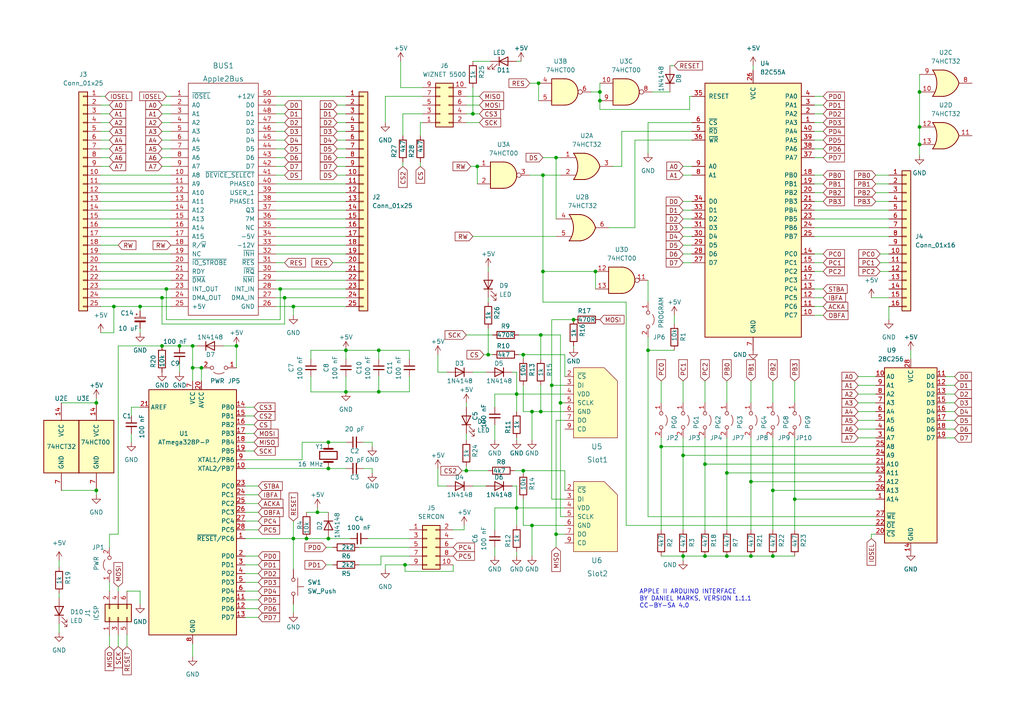
<source format=kicad_sch>
(kicad_sch (version 20211123) (generator eeschema)
  (paper "A4")
  (title_block (title "DAN ][ Controller") (date "2023-07-12") (rev "1.1.1") (company "Daniel L. Marks"))
  (junction (at 82.55 86.36))
  (junction (at 230.505 144.78))
  (junction (at 81.28 83.82))
  (junction (at 27.94 142.24))
  (junction (at 204.47 134.62))
  (junction (at 173.99 26.67))
  (junction (at 58.42 106.68))
  (junction (at 224.155 142.24))
  (junction (at 52.07 100.33))
  (junction (at 187.96 101.6))
  (junction (at 46.99 100.33))
  (junction (at 166.37 92.71))
  (junction (at 138.43 48.26))
  (junction (at 217.805 139.7))
  (junction (at 149.86 147.32))
  (junction (at 100.33 101.6))
  (junction (at 160.02 111.76))
  (junction (at 191.77 129.54))
  (junction (at 210.82 137.16))
  (junction (at 46.99 86.36))
  (junction (at 141.605 102.87))
  (junction (at 55.88 100.33))
  (junction (at 117.475 163.83))
  (junction (at 55.88 106.68))
  (junction (at 48.26 83.82))
  (junction (at 161.29 45.72))
  (junction (at 224.155 161.29))
  (junction (at 266.7 41.91))
  (junction (at 266.7 36.83))
  (junction (at 210.82 161.29))
  (junction (at 137.16 33.02))
  (junction (at 95.25 128.27))
  (junction (at 151.765 136.525))
  (junction (at 204.47 161.29))
  (junction (at 198.12 132.08))
  (junction (at 85.09 88.9))
  (junction (at 198.12 161.29))
  (junction (at 156.845 119.38))
  (junction (at 162.56 116.84))
  (junction (at 173.99 29.21))
  (junction (at 154.305 119.38))
  (junction (at 109.855 113.6396))
  (junction (at 156.845 97.155))
  (junction (at 161.29 154.94))
  (junction (at 157.48 78.74))
  (junction (at 88.9 156.21))
  (junction (at 149.86 114.3))
  (junction (at 217.805 161.29))
  (junction (at 151.765 102.87))
  (junction (at 154.305 152.4))
  (junction (at 33.02 88.9))
  (junction (at 100.33 113.665))
  (junction (at 85.09 156.21))
  (junction (at 109.855 101.6))
  (junction (at 135.255 136.525))
  (junction (at 68.58 100.33))
  (junction (at 172.72 78.74))
  (junction (at 40.64 88.9))
  (junction (at 157.48 50.8))
  (junction (at 27.94 116.84))
  (junction (at 95.25 135.89))
  (junction (at 156.21 24.13))
  (junction (at 92.075 148.59))
  (junction (at 266.7 26.67))
  (junction (at 95.25 156.21))
  (wire (pts (xy 198.12 68.58) (xy 200.66 68.58)))
  (wire (pts (xy 88.9 148.59) (xy 92.075 148.59)))
  (wire (pts (xy 131.445 165.735) (xy 117.475 165.735)))
  (wire (pts (xy 137.16 140.97) (xy 140.97 140.97)))
  (wire (pts (xy 154.305 119.38) (xy 156.845 119.38)))
  (wire (pts (xy 34.29 100.33) (xy 46.99 100.33)))
  (wire (pts (xy 156.845 97.155) (xy 150.495 97.155)))
  (wire (pts (xy 141.605 102.87) (xy 142.875 102.87)))
  (wire (pts (xy 154.305 119.38) (xy 154.305 127.635)))
  (wire (pts (xy 29.21 58.42) (xy 49.53 58.42)))
  (wire (pts (xy 230.505 127) (xy 230.505 144.78)))
  (wire (pts (xy 149.86 17.78) (xy 151.13 17.78)))
  (wire (pts (xy 29.21 83.82) (xy 48.26 83.82)))
  (wire (pts (xy 97.79 40.64) (xy 100.33 40.64)))
  (wire (pts (xy 143.51 153.67) (xy 143.51 147.32)))
  (wire (pts (xy 236.22 58.42) (xy 238.76 58.42)))
  (wire (pts (xy 29.21 43.18) (xy 31.75 43.18)))
  (wire (pts (xy 274.32 111.76) (xy 276.86 111.76)))
  (wire (pts (xy 177.8 48.26) (xy 180.34 48.26)))
  (wire (pts (xy 230.505 144.78) (xy 230.505 153.67)))
  (wire (pts (xy 80.01 55.88) (xy 100.33 55.88)))
  (wire (pts (xy 107.95 128.27) (xy 105.41 128.27)))
  (wire (pts (xy 29.21 35.56) (xy 31.75 35.56)))
  (wire (pts (xy 200.025 31.75) (xy 200.025 27.94)))
  (wire (pts (xy 80.01 78.74) (xy 100.33 78.74)))
  (wire (pts (xy 97.79 48.26) (xy 100.33 48.26)))
  (wire (pts (xy 135.255 135.255) (xy 135.255 136.525)))
  (wire (pts (xy 162.56 97.155) (xy 162.56 116.84)))
  (wire (pts (xy 31.75 168.91) (xy 31.75 171.45)))
  (wire (pts (xy 163.83 102.87) (xy 163.83 109.22)))
  (wire (pts (xy 29.21 45.72) (xy 31.75 45.72)))
  (wire (pts (xy 180.34 48.26) (xy 180.34 38.1)))
  (wire (pts (xy 187.96 35.56) (xy 200.66 35.56)))
  (wire (pts (xy 29.21 48.26) (xy 31.75 48.26)))
  (wire (pts (xy 29.21 38.1) (xy 31.75 38.1)))
  (wire (pts (xy 137.16 107.95) (xy 140.97 107.95)))
  (wire (pts (xy 248.92 127) (xy 254 127)))
  (wire (pts (xy 71.12 148.59) (xy 74.93 148.59)))
  (wire (pts (xy 118.745 104.14) (xy 118.745 101.6)))
  (wire (pts (xy 111.76 165.1) (xy 111.76 163.83)))
  (wire (pts (xy 29.21 68.58) (xy 49.53 68.58)))
  (wire (pts (xy 127 102.87) (xy 127 107.95)))
  (wire (pts (xy 236.22 43.18) (xy 238.76 43.18)))
  (wire (pts (xy 236.22 91.44) (xy 238.76 91.44)))
  (wire (pts (xy 248.92 119.38) (xy 254 119.38)))
  (wire (pts (xy 156.845 111.76) (xy 156.845 119.38)))
  (wire (pts (xy 217.805 161.29) (xy 224.155 161.29)))
  (wire (pts (xy 157.48 50.8) (xy 162.56 50.8)))
  (wire (pts (xy 46.99 48.26) (xy 49.53 48.26)))
  (wire (pts (xy 236.22 33.02) (xy 238.76 33.02)))
  (wire (pts (xy 236.22 40.64) (xy 238.76 40.64)))
  (wire (pts (xy 204.47 127) (xy 204.47 134.62)))
  (wire (pts (xy 95.25 156.21) (xy 101.6 156.21)))
  (wire (pts (xy 107.95 129.54) (xy 107.95 128.27)))
  (wire (pts (xy 210.82 161.29) (xy 217.805 161.29)))
  (wire (pts (xy 85.09 156.21) (xy 85.09 165.1)))
  (wire (pts (xy 148.59 140.97) (xy 149.86 140.97)))
  (wire (pts (xy 137.16 25.4) (xy 137.16 33.02)))
  (wire (pts (xy 85.09 175.26) (xy 85.09 177.8)))
  (wire (pts (xy 149.86 114.3) (xy 163.83 114.3)))
  (wire (pts (xy 29.21 63.5) (xy 49.53 63.5)))
  (wire (pts (xy 46.99 40.64) (xy 49.53 40.64)))
  (wire (pts (xy 224.155 127) (xy 224.155 142.24)))
  (wire (pts (xy 150.495 102.87) (xy 151.765 102.87)))
  (wire (pts (xy 100.33 101.6) (xy 109.855 101.6)))
  (wire (pts (xy 96.52 76.2) (xy 100.33 76.2)))
  (wire (pts (xy 40.64 171.45) (xy 36.83 171.45)))
  (wire (pts (xy 71.12 133.35) (xy 87.63 133.35)))
  (wire (pts (xy 236.22 63.5) (xy 257.81 63.5)))
  (wire (pts (xy 274.32 114.3) (xy 276.86 114.3)))
  (wire (pts (xy 236.22 76.2) (xy 238.76 76.2)))
  (wire (pts (xy 92.075 148.59) (xy 95.25 148.59)))
  (wire (pts (xy 274.32 127) (xy 276.86 127)))
  (wire (pts (xy 34.29 154.94) (xy 34.29 100.33)))
  (wire (pts (xy 187.96 149.86) (xy 254 149.86)))
  (wire (pts (xy 46.99 35.56) (xy 49.53 35.56)))
  (wire (pts (xy 97.79 30.48) (xy 100.33 30.48)))
  (wire (pts (xy 46.99 45.72) (xy 49.53 45.72)))
  (wire (pts (xy 80.01 73.66) (xy 100.33 73.66)))
  (wire (pts (xy 254 132.08) (xy 198.12 132.08)))
  (wire (pts (xy 153.67 24.13) (xy 156.21 24.13)))
  (wire (pts (xy 171.45 26.67) (xy 173.99 26.67)))
  (wire (pts (xy 48.26 92.71) (xy 81.28 92.71)))
  (wire (pts (xy 217.805 139.7) (xy 254 139.7)))
  (wire (pts (xy 255.27 73.66) (xy 257.81 73.66)))
  (wire (pts (xy 137.16 33.02) (xy 139.065 33.02)))
  (wire (pts (xy 80.01 63.5) (xy 100.33 63.5)))
  (wire (pts (xy 149.86 127) (xy 149.86 127.635)))
  (wire (pts (xy 236.22 27.94) (xy 238.76 27.94)))
  (wire (pts (xy 106.68 156.21) (xy 118.745 156.21)))
  (wire (pts (xy 29.21 76.2) (xy 49.53 76.2)))
  (wire (pts (xy 160.02 92.71) (xy 166.37 92.71)))
  (wire (pts (xy 104.14 163.83) (xy 110.49 163.83)))
  (wire (pts (xy 151.765 144.78) (xy 151.765 152.4)))
  (wire (pts (xy 137.16 17.78) (xy 142.24 17.78)))
  (wire (pts (xy 71.12 125.73) (xy 73.66 125.73)))
  (wire (pts (xy 151.765 136.525) (xy 163.83 136.525)))
  (wire (pts (xy 135.255 33.02) (xy 137.16 33.02)))
  (wire (pts (xy 156.845 119.38) (xy 163.83 119.38)))
  (wire (pts (xy 149.86 147.32) (xy 149.86 152.4)))
  (wire (pts (xy 198.12 132.08) (xy 198.12 153.67)))
  (wire (pts (xy 58.42 106.68) (xy 55.88 106.68)))
  (wire (pts (xy 85.09 88.9) (xy 85.09 91.44)))
  (wire (pts (xy 71.12 163.83) (xy 74.93 163.83)))
  (wire (pts (xy 148.59 107.95) (xy 149.86 107.95)))
  (wire (pts (xy 266.7 21.59) (xy 266.7 26.67)))
  (wire (pts (xy 71.12 151.13) (xy 74.93 151.13)))
  (wire (pts (xy 40.64 88.9) (xy 49.53 88.9)))
  (wire (pts (xy 80.01 71.12) (xy 100.33 71.12)))
  (wire (pts (xy 80.01 53.34) (xy 100.33 53.34)))
  (wire (pts (xy 131.445 163.83) (xy 131.445 165.735)))
  (wire (pts (xy 17.78 142.24) (xy 27.94 142.24)))
  (wire (pts (xy 236.22 35.56) (xy 238.76 35.56)))
  (wire (pts (xy 236.22 66.04) (xy 257.81 66.04)))
  (wire (pts (xy 116.205 25.4) (xy 122.555 25.4)))
  (wire (pts (xy 80.01 27.94) (xy 100.33 27.94)))
  (wire (pts (xy 135.255 116.84) (xy 135.255 118.11)))
  (wire (pts (xy 160.02 111.76) (xy 163.83 111.76)))
  (wire (pts (xy 116.84 33.02) (xy 122.555 33.02)))
  (wire (pts (xy 198.12 110.49) (xy 198.12 116.84)))
  (wire (pts (xy 151.765 119.38) (xy 154.305 119.38)))
  (wire (pts (xy 135.255 136.525) (xy 141.605 136.525)))
  (wire (pts (xy 257.81 88.9) (xy 257.81 92.71)))
  (wire (pts (xy 204.47 134.62) (xy 204.47 153.67)))
  (wire (pts (xy 17.145 172.085) (xy 17.145 173.355)))
  (wire (pts (xy 121.92 46.99) (xy 121.92 48.26)))
  (wire (pts (xy 248.92 111.76) (xy 254 111.76)))
  (wire (pts (xy 34.29 184.15) (xy 34.29 187.5028)))
  (wire (pts (xy 17.145 162.56) (xy 17.145 164.465)))
  (wire (pts (xy 46.99 38.1) (xy 49.53 38.1)))
  (wire (pts (xy 173.99 24.13) (xy 173.99 26.67)))
  (wire (pts (xy 55.88 106.68) (xy 55.88 110.49)))
  (wire (pts (xy 111.76 163.83) (xy 117.475 163.83)))
  (wire (pts (xy 198.12 71.12) (xy 200.66 71.12)))
  (wire (pts (xy 71.12 128.27) (xy 73.66 128.27)))
  (wire (pts (xy 191.77 110.49) (xy 191.77 116.84)))
  (wire (pts (xy 17.78 116.84) (xy 27.94 116.84)))
  (wire (pts (xy 111.76 27.94) (xy 122.555 27.94)))
  (wire (pts (xy 198.12 73.66) (xy 200.66 73.66)))
  (wire (pts (xy 27.94 142.24) (xy 27.94 143.51)))
  (wire (pts (xy 156.21 24.13) (xy 156.21 29.21)))
  (wire (pts (xy 173.99 31.75) (xy 200.025 31.75)))
  (wire (pts (xy 181.61 87.63) (xy 181.61 152.4)))
  (wire (pts (xy 236.22 86.36) (xy 238.76 86.36)))
  (wire (pts (xy 127 107.95) (xy 129.54 107.95)))
  (wire (pts (xy 34.29 170.18) (xy 34.29 171.45)))
  (wire (pts (xy 80.01 38.1) (xy 82.55 38.1)))
  (wire (pts (xy 151.765 136.525) (xy 151.765 137.16)))
  (wire (pts (xy 224.155 161.29) (xy 230.505 161.29)))
  (wire (pts (xy 71.12 146.05) (xy 74.93 146.05)))
  (wire (pts (xy 198.12 60.96) (xy 200.66 60.96)))
  (wire (pts (xy 94.615 158.75) (xy 96.52 158.75)))
  (wire (pts (xy 46.99 30.48) (xy 49.53 30.48)))
  (wire (pts (xy 254 50.8) (xy 257.81 50.8)))
  (wire (pts (xy 29.21 86.36) (xy 46.99 86.36)))
  (wire (pts (xy 236.22 50.8) (xy 238.76 50.8)))
  (wire (pts (xy 236.22 53.34) (xy 238.76 53.34)))
  (wire (pts (xy 153.67 50.8) (xy 157.48 50.8)))
  (wire (pts (xy 29.21 50.8) (xy 49.53 50.8)))
  (wire (pts (xy 161.29 45.72) (xy 161.29 63.5)))
  (wire (pts (xy 161.29 121.92) (xy 161.29 154.94)))
  (wire (pts (xy 97.79 35.56) (xy 100.33 35.56)))
  (wire (pts (xy 189.23 26.67) (xy 194.31 26.67)))
  (wire (pts (xy 217.805 139.7) (xy 217.805 153.67)))
  (wire (pts (xy 187.96 97.79) (xy 187.96 101.6)))
  (wire (pts (xy 140.335 102.87) (xy 141.605 102.87)))
  (wire (pts (xy 198.12 63.5) (xy 200.66 63.5)))
  (wire (pts (xy 143.51 158.75) (xy 143.51 161.29)))
  (wire (pts (xy 162.56 116.84) (xy 162.56 149.86)))
  (wire (pts (xy 100.33 101.6) (xy 100.33 104.14)))
  (wire (pts (xy 80.01 35.56) (xy 82.55 35.56)))
  (wire (pts (xy 160.02 144.78) (xy 163.83 144.78)))
  (wire (pts (xy 29.21 78.74) (xy 49.53 78.74)))
  (wire (pts (xy 17.145 180.975) (xy 17.145 183.515)))
  (wire (pts (xy 71.12 179.07) (xy 74.93 179.07)))
  (wire (pts (xy 29.21 27.94) (xy 30.48 27.94)))
  (wire (pts (xy 117.475 165.735) (xy 117.475 163.83)))
  (wire (pts (xy 38.1 118.11) (xy 40.64 118.11)))
  (wire (pts (xy 160.02 111.76) (xy 160.02 92.71)))
  (wire (pts (xy 111.76 35.56) (xy 111.76 27.94)))
  (wire (pts (xy 141.605 86.36) (xy 141.605 87.63)))
  (wire (pts (xy 137.16 68.58) (xy 161.29 68.58)))
  (wire (pts (xy 46.99 93.98) (xy 82.55 93.98)))
  (wire (pts (xy 116.205 17.78) (xy 116.205 25.4)))
  (wire (pts (xy 48.26 27.94) (xy 49.53 27.94)))
  (wire (pts (xy 161.29 45.72) (xy 162.56 45.72)))
  (wire (pts (xy 80.01 50.8) (xy 82.55 50.8)))
  (wire (pts (xy 118.745 109.22) (xy 118.745 113.6396)))
  (wire (pts (xy 85.09 156.21) (xy 88.9 156.21)))
  (wire (pts (xy 29.21 53.34) (xy 49.53 53.34)))
  (wire (pts (xy 29.21 33.02) (xy 31.75 33.02)))
  (wire (pts (xy 156.845 97.155) (xy 162.56 97.155)))
  (wire (pts (xy 87.63 128.27) (xy 95.25 128.27)))
  (wire (pts (xy 55.88 100.33) (xy 57.15 100.33)))
  (wire (pts (xy 116.84 46.99) (xy 116.84 48.26)))
  (wire (pts (xy 80.01 60.96) (xy 100.33 60.96)))
  (wire (pts (xy 40.64 88.9) (xy 40.64 90.17)))
  (wire (pts (xy 134.62 153.67) (xy 131.445 153.67)))
  (wire (pts (xy 68.58 100.33) (xy 68.58 106.68)))
  (wire (pts (xy 157.48 78.74) (xy 172.72 78.74)))
  (wire (pts (xy 198.12 161.29) (xy 198.12 162.56)))
  (wire (pts (xy 71.12 135.89) (xy 95.25 135.89)))
  (wire (pts (xy 100.33 113.665) (xy 109.855 113.665)))
  (wire (pts (xy 90.17 101.6) (xy 90.17 104.14)))
  (wire (pts (xy 198.12 66.04) (xy 200.66 66.04)))
  (wire (pts (xy 274.32 109.22) (xy 276.86 109.22)))
  (wire (pts (xy 80.01 88.9) (xy 85.09 88.9)))
  (wire (pts (xy 97.79 45.72) (xy 100.33 45.72)))
  (wire (pts (xy 85.09 151.13) (xy 85.09 156.21)))
  (wire (pts (xy 252.73 156.21) (xy 252.73 154.94)))
  (wire (pts (xy 264.16 101.6) (xy 264.16 104.14)))
  (wire (pts (xy 162.56 149.86) (xy 163.83 149.86)))
  (wire (pts (xy 255.27 78.74) (xy 257.81 78.74)))
  (wire (pts (xy 29.21 55.88) (xy 49.53 55.88)))
  (wire (pts (xy 163.83 142.24) (xy 163.83 136.525)))
  (wire (pts (xy 266.7 26.67) (xy 266.7 36.83)))
  (wire (pts (xy 81.28 92.71) (xy 81.28 83.82)))
  (wire (pts (xy 151.765 111.76) (xy 151.765 119.38)))
  (wire (pts (xy 149.86 140.97) (xy 149.86 147.32)))
  (wire (pts (xy 217.805 110.49) (xy 217.805 116.84)))
  (wire (pts (xy 64.77 100.33) (xy 68.58 100.33)))
  (wire (pts (xy 149.86 160.02) (xy 149.86 161.29)))
  (wire (pts (xy 191.77 129.54) (xy 191.77 127)))
  (wire (pts (xy 71.12 173.99) (xy 74.93 173.99)))
  (wire (pts (xy 80.01 86.36) (xy 82.55 86.36)))
  (wire (pts (xy 135.255 125.73) (xy 135.255 127.635)))
  (wire (pts (xy 157.48 78.74) (xy 157.48 87.63)))
  (wire (pts (xy 224.155 142.24) (xy 224.155 153.67)))
  (wire (pts (xy 161.29 158.75) (xy 161.29 154.94)))
  (wire (pts (xy 274.32 119.38) (xy 276.86 119.38)))
  (wire (pts (xy 58.42 110.49) (xy 58.42 106.68)))
  (wire (pts (xy 173.99 26.67) (xy 173.99 29.21)))
  (wire (pts (xy 38.1 120.65) (xy 38.1 118.11)))
  (wire (pts (xy 88.9 156.21) (xy 95.25 156.21)))
  (wire (pts (xy 90.17 113.665) (xy 100.33 113.665)))
  (wire (pts (xy 254 55.88) (xy 257.81 55.88)))
  (wire (pts (xy 82.55 86.36) (xy 100.33 86.36)))
  (wire (pts (xy 136.525 48.26) (xy 138.43 48.26)))
  (wire (pts (xy 40.64 95.25) (xy 40.64 96.52)))
  (wire (pts (xy 71.12 171.45) (xy 74.93 171.45)))
  (wire (pts (xy 254 53.34) (xy 257.81 53.34)))
  (wire (pts (xy 127 135.89) (xy 127 140.97)))
  (wire (pts (xy 80.01 66.04) (xy 100.33 66.04)))
  (wire (pts (xy 149.86 119.38) (xy 149.86 114.3)))
  (wire (pts (xy 80.01 33.02) (xy 82.55 33.02)))
  (wire (pts (xy 248.92 121.92) (xy 254 121.92)))
  (wire (pts (xy 109.855 109.22) (xy 109.855 113.6396)))
  (wire (pts (xy 80.01 45.72) (xy 82.55 45.72)))
  (wire (pts (xy 157.48 50.8) (xy 157.48 78.74)))
  (wire (pts (xy 80.01 43.18) (xy 82.55 43.18)))
  (wire (pts (xy 151.765 152.4) (xy 154.305 152.4)))
  (wire (pts (xy 236.22 83.82) (xy 238.76 83.82)))
  (wire (pts (xy 92.075 147.32) (xy 92.075 148.59)))
  (wire (pts (xy 191.77 129.54) (xy 191.77 153.67)))
  (wire (pts (xy 80.01 58.42) (xy 100.33 58.42)))
  (wire (pts (xy 230.505 110.49) (xy 230.505 116.84)))
  (wire (pts (xy 80.01 81.28) (xy 100.33 81.28)))
  (wire (pts (xy 127 140.97) (xy 129.54 140.97)))
  (wire (pts (xy 46.99 86.36) (xy 49.53 86.36)))
  (wire (pts (xy 29.21 71.12) (xy 34.29 71.12)))
  (wire (pts (xy 166.37 100.33) (xy 166.37 100.965)))
  (wire (pts (xy 55.88 100.33) (xy 55.88 106.68)))
  (wire (pts (xy 191.77 129.54) (xy 254 129.54)))
  (wire (pts (xy 187.96 101.6) (xy 187.96 149.86)))
  (wire (pts (xy 161.29 154.94) (xy 163.83 154.94)))
  (wire (pts (xy 100.33 109.22) (xy 100.33 113.665)))
  (wire (pts (xy 157.48 87.63) (xy 181.61 87.63)))
  (wire (pts (xy 87.63 133.35) (xy 87.63 128.27)))
  (wire (pts (xy 204.47 110.49) (xy 204.47 116.84)))
  (wire (pts (xy 210.82 137.16) (xy 210.82 153.67)))
  (wire (pts (xy 236.22 73.66) (xy 238.76 73.66)))
  (wire (pts (xy 160.02 144.78) (xy 160.02 111.76)))
  (wire (pts (xy 217.805 127) (xy 217.805 139.7)))
  (wire (pts (xy 52.07 105.41) (xy 52.07 107.95)))
  (wire (pts (xy 210.82 137.16) (xy 254 137.16)))
  (wire (pts (xy 266.7 41.91) (xy 266.7 45.085)))
  (wire (pts (xy 200.025 27.94) (xy 200.66 27.94)))
  (wire (pts (xy 194.31 19.05) (xy 195.58 19.05)))
  (wire (pts (xy 80.01 83.82) (xy 81.28 83.82)))
  (wire (pts (xy 46.99 100.33) (xy 52.07 100.33)))
  (wire (pts (xy 254 58.42) (xy 257.81 58.42)))
  (wire (pts (xy 161.29 121.92) (xy 163.83 121.92)))
  (wire (pts (xy 80.01 76.2) (xy 82.55 76.2)))
  (wire (pts (xy 143.51 118.11) (xy 143.51 114.3)))
  (wire (pts (xy 85.09 88.9) (xy 100.33 88.9)))
  (wire (pts (xy 138.43 48.26) (xy 138.43 53.34)))
  (wire (pts (xy 230.505 144.78) (xy 254 144.78)))
  (wire (pts (xy 109.855 101.6) (xy 109.855 104.14)))
  (wire (pts (xy 143.51 114.3) (xy 149.86 114.3)))
  (wire (pts (xy 151.765 102.87) (xy 151.765 104.14)))
  (wire (pts (xy 109.855 101.6) (xy 118.745 101.6)))
  (wire (pts (xy 236.22 38.1) (xy 238.76 38.1)))
  (wire (pts (xy 97.79 50.8) (xy 100.33 50.8)))
  (wire (pts (xy 97.79 38.1) (xy 100.33 38.1)))
  (wire (pts (xy 80.01 48.26) (xy 82.55 48.26)))
  (wire (pts (xy 184.15 66.04) (xy 184.15 40.64)))
  (wire (pts (xy 135.255 35.56) (xy 139.065 35.56)))
  (wire (pts (xy 252.73 86.36) (xy 257.81 86.36)))
  (wire (pts (xy 71.12 176.53) (xy 74.93 176.53)))
  (wire (pts (xy 81.28 83.82) (xy 100.33 83.82)))
  (wire (pts (xy 236.22 30.48) (xy 238.76 30.48)))
  (wire (pts (xy 71.12 161.29) (xy 74.93 161.29)))
  (wire (pts (xy 94.615 163.83) (xy 96.52 163.83)))
  (wire (pts (xy 274.32 116.84) (xy 276.86 116.84)))
  (wire (pts (xy 198.12 50.8) (xy 200.66 50.8)))
  (wire (pts (xy 157.48 45.72) (xy 161.29 45.72)))
  (wire (pts (xy 187.96 44.45) (xy 187.96 35.56)))
  (wire (pts (xy 133.985 136.525) (xy 135.255 136.525)))
  (wire (pts (xy 121.92 35.56) (xy 122.555 35.56)))
  (wire (pts (xy 274.32 124.46) (xy 276.86 124.46)))
  (wire (pts (xy 80.01 30.48) (xy 82.55 30.48)))
  (wire (pts (xy 71.12 118.11) (xy 73.66 118.11)))
  (wire (pts (xy 135.255 27.94) (xy 139.065 27.94)))
  (wire (pts (xy 156.845 104.14) (xy 156.845 97.155)))
  (wire (pts (xy 110.49 161.29) (xy 118.745 161.29)))
  (wire (pts (xy 236.22 68.58) (xy 257.81 68.58)))
  (wire (pts (xy 180.34 38.1) (xy 200.66 38.1)))
  (wire (pts (xy 248.92 116.84) (xy 254 116.84)))
  (wire (pts (xy 172.72 78.74) (xy 172.72 83.82)))
  (wire (pts (xy 110.49 163.83) (xy 110.49 161.29)))
  (wire (pts (xy 95.25 128.27) (xy 100.33 128.27)))
  (wire (pts (xy 236.22 55.88) (xy 238.76 55.88)))
  (wire (pts (xy 71.12 143.51) (xy 74.93 143.51)))
  (wire (pts (xy 198.12 127) (xy 198.12 132.08)))
  (wire (pts (xy 71.12 140.97) (xy 74.93 140.97)))
  (wire (pts (xy 198.12 76.2) (xy 200.66 76.2)))
  (wire (pts (xy 33.02 88.9) (xy 33.02 96.52)))
  (wire (pts (xy 29.21 66.04) (xy 49.53 66.04)))
  (wire (pts (xy 248.92 114.3) (xy 254 114.3)))
  (wire (pts (xy 116.84 39.37) (xy 116.84 33.02)))
  (wire (pts (xy 224.155 142.24) (xy 254 142.24)))
  (wire (pts (xy 135.255 30.48) (xy 139.065 30.48)))
  (wire (pts (xy 154.305 152.4) (xy 163.83 152.4)))
  (wire (pts (xy 27.94 115.57) (xy 27.94 116.84)))
  (wire (pts (xy 198.12 161.29) (xy 204.47 161.29)))
  (wire (pts (xy 33.02 88.9) (xy 40.64 88.9)))
  (wire (pts (xy 95.25 135.89) (xy 100.33 135.89)))
  (wire (pts (xy 46.99 33.02) (xy 49.53 33.02)))
  (wire (pts (xy 71.12 153.67) (xy 74.93 153.67)))
  (wire (pts (xy 40.64 175.26) (xy 40.64 171.45)))
  (wire (pts (xy 71.12 168.91) (xy 74.93 168.91)))
  (wire (pts (xy 107.95 135.89) (xy 105.41 135.89)))
  (wire (pts (xy 31.75 184.15) (xy 31.75 187.5028)))
  (wire (pts (xy 248.92 109.22) (xy 254 109.22)))
  (wire (pts (xy 187.96 101.6) (xy 195.58 101.6)))
  (wire (pts (xy 71.12 123.19) (xy 73.66 123.19)))
  (wire (pts (xy 71.12 120.65) (xy 73.66 120.65)))
  (wire (pts (xy 52.07 100.33) (xy 55.88 100.33)))
  (wire (pts (xy 100.33 101.6) (xy 90.17 101.6)))
  (wire (pts (xy 210.82 127) (xy 210.82 137.16)))
  (wire (pts (xy 141.605 95.25) (xy 141.605 102.87)))
  (wire (pts (xy 149.86 114.3) (xy 149.86 107.95)))
  (wire (pts (xy 121.92 39.37) (xy 121.92 35.56)))
  (wire (pts (xy 117.475 163.83) (xy 118.745 163.83)))
  (wire (pts (xy 107.95 135.89) (xy 107.95 137.16)))
  (wire (pts (xy 181.61 152.4) (xy 254 152.4)))
  (wire (pts (xy 109.855 113.6396) (xy 109.855 113.665)))
  (wire (pts (xy 195.58 91.44) (xy 195.58 93.98)))
  (wire (pts (xy 80.01 68.58) (xy 100.33 68.58)))
  (wire (pts (xy 36.83 184.15) (xy 36.83 187.5536)))
  (wire (pts (xy 236.22 60.96) (xy 257.81 60.96)))
  (wire (pts (xy 55.88 186.69) (xy 55.88 190.5)))
  (wire (pts (xy 71.12 130.81) (xy 73.66 130.81)))
  (wire (pts (xy 252.73 154.94) (xy 254 154.94)))
  (wire (pts (xy 135.255 97.155) (xy 142.875 97.155)))
  (wire (pts (xy 48.26 83.82) (xy 48.26 92.71)))
  (wire (pts (xy 29.21 60.96) (xy 49.53 60.96)))
  (wire (pts (xy 266.7 36.83) (xy 266.7 41.91)))
  (wire (pts (xy 143.51 123.19) (xy 143.51 127.635)))
  (wire (pts (xy 184.15 40.64) (xy 200.66 40.64)))
  (wire (pts (xy 176.53 66.04) (xy 184.15 66.04)))
  (wire (pts (xy 236.22 78.74) (xy 238.76 78.74)))
  (wire (pts (xy 204.47 134.62) (xy 254 134.62)))
  (wire (pts (xy 151.765 136.525) (xy 149.225 136.525)))
  (wire (pts (xy 46.99 86.36) (xy 46.99 93.98)))
  (wire (pts (xy 204.47 161.29) (xy 210.82 161.29)))
  (wire (pts (xy 33.02 96.52) (xy 29.21 96.52)))
  (wire (pts (xy 149.86 147.32) (xy 163.83 147.32)))
  (wire (pts (xy 90.17 109.22) (xy 90.17 113.665)))
  (wire (pts (xy 29.21 81.28) (xy 49.53 81.28)))
  (wire (pts (xy 46.99 43.18) (xy 49.53 43.18)))
  (wire (pts (xy 29.21 30.48) (xy 31.75 30.48)))
  (wire (pts (xy 198.12 48.26) (xy 200.66 48.26)))
  (wire (pts (xy 48.26 83.82) (xy 49.53 83.82)))
  (wire (pts (xy 29.21 40.64) (xy 31.75 40.64)))
  (wire (pts (xy 141.605 77.47) (xy 141.605 78.74)))
  (wire (pts (xy 38.1 125.73) (xy 38.1 128.27)))
  (wire (pts (xy 236.22 88.9) (xy 238.76 88.9)))
  (wire (pts (xy 97.79 33.02) (xy 100.33 33.02)))
  (wire (pts (xy 118.745 113.6396) (xy 109.855 113.6396)))
  (wire (pts (xy 71.12 156.21) (xy 85.09 156.21)))
  (wire (pts (xy 151.765 102.87) (xy 163.83 102.87)))
  (wire (pts (xy 236.22 45.72) (xy 238.76 45.72)))
  (wire (pts (xy 29.21 88.9) (xy 33.02 88.9)))
  (wire (pts (xy 218.44 19.05) (xy 218.44 20.32)))
  (wire (pts (xy 143.51 147.32) (xy 149.86 147.32)))
  (wire (pts (xy 71.12 166.37) (xy 74.93 166.37)))
  (wire (pts (xy 154.305 152.4) (xy 154.305 161.29)))
  (wire (pts (xy 198.12 58.42) (xy 200.66 58.42)))
  (wire (pts (xy 224.155 110.49) (xy 224.155 116.84)))
  (wire (pts (xy 80.01 40.64) (xy 82.55 40.64)))
  (wire (pts (xy 31.75 154.94) (xy 31.75 158.75)))
  (wire (pts (xy 97.79 43.18) (xy 100.33 43.18)))
  (wire (pts (xy 29.21 73.66) (xy 49.53 73.66)))
  (wire (pts (xy 134.62 152.4) (xy 134.62 153.67)))
  (wire (pts (xy 210.82 110.49) (xy 210.82 116.84)))
  (wire (pts (xy 187.96 81.28) (xy 187.96 87.63)))
  (wire (pts (xy 173.99 29.21) (xy 173.99 31.75)))
  (wire (pts (xy 255.27 76.2) (xy 257.81 76.2)))
  (wire (pts (xy 31.75 154.94) (xy 34.29 154.94)))
  (wire (pts (xy 274.32 121.92) (xy 276.86 121.92)))
  (wire (pts (xy 104.14 158.75) (xy 118.745 158.75)))
  (wire (pts (xy 248.92 124.46) (xy 254 124.46)))
  (wire (pts (xy 82.55 93.98) (xy 82.55 86.36)))
  (wire (pts (xy 191.77 161.29) (xy 198.12 161.29)))
  (wire (pts (xy 162.56 116.84) (xy 163.83 116.84)))
  (text "APPLE II ARDUINO INTERFACE\nBY DANIEL MARKS, VERSION 1.1.1\nCC-BY-SA 4.0\n" (at 185.42 176.53 0) (effects (font (size 1.27 1.27)) (justify left bottom)))
  (global_label "SCK" (shape input) (at 139.065 35.56 0) (property "Intersheet References" "${INTERSHEET_REFS}" (effects hide)))
  (global_label "D1" (shape input) (at 97.79 33.02 180) (property "Intersheet References" "${INTERSHEET_REFS}" (effects hide)))
  (global_label "D5" (shape input) (at 276.86 121.92 0) (property "Intersheet References" "${INTERSHEET_REFS}" (effects hide)))
  (global_label "A3" (shape input) (at 31.75 38.1 0) (property "Intersheet References" "${INTERSHEET_REFS}" (effects hide)))
  (global_label "MOSI" (shape input) (at 139.065 30.48 0) (property "Intersheet References" "${INTERSHEET_REFS}" (effects hide)))
  (global_label "IOSEL" (shape input) (at 252.73 156.21 270) (property "Intersheet References" "${INTERSHEET_REFS}" (effects hide)))
  (global_label "RESET" (shape input) (at 36.83 187.5536 270) (property "Intersheet References" "${INTERSHEET_REFS}" (effects hide)))
  (global_label "DS" (shape input) (at 97.79 50.8 180) (property "Intersheet References" "${INTERSHEET_REFS}" (effects hide)))
  (global_label "A3" (shape input) (at 46.99 38.1 180) (property "Intersheet References" "${INTERSHEET_REFS}" (effects hide)))
  (global_label "ACKA" (shape input) (at 238.76 88.9 0) (property "Intersheet References" "${INTERSHEET_REFS}" (effects hide)))
  (global_label "MISO" (shape input) (at 161.29 158.75 270) (property "Intersheet References" "${INTERSHEET_REFS}" (effects hide)))
  (global_label "PD7" (shape input) (at 74.93 179.07 0) (property "Intersheet References" "${INTERSHEET_REFS}" (effects hide)))
  (global_label "PD2" (shape input) (at 238.76 33.02 0) (property "Intersheet References" "${INTERSHEET_REFS}" (effects hide)))
  (global_label "D0" (shape input) (at 82.55 30.48 0) (property "Intersheet References" "${INTERSHEET_REFS}" (effects hide)))
  (global_label "PD2" (shape input) (at 74.93 166.37 0) (property "Intersheet References" "${INTERSHEET_REFS}" (effects hide)))
  (global_label "CS2" (shape input) (at 133.985 136.525 180) (property "Intersheet References" "${INTERSHEET_REFS}" (effects hide)))
  (global_label "PC1" (shape input) (at 198.12 110.49 90) (property "Intersheet References" "${INTERSHEET_REFS}" (effects hide)))
  (global_label "DS" (shape input) (at 82.55 50.8 0) (property "Intersheet References" "${INTERSHEET_REFS}" (effects hide)))
  (global_label "A4" (shape input) (at 46.99 40.64 180) (property "Intersheet References" "${INTERSHEET_REFS}" (effects hide)))
  (global_label "PB1" (shape input) (at 217.805 110.49 90) (property "Intersheet References" "${INTERSHEET_REFS}" (effects hide)))
  (global_label "PD0" (shape input) (at 94.615 158.75 180) (property "Intersheet References" "${INTERSHEET_REFS}" (effects hide)))
  (global_label "D5" (shape input) (at 82.55 43.18 0) (property "Intersheet References" "${INTERSHEET_REFS}" (effects hide)))
  (global_label "PB2" (shape input) (at 238.76 55.88 0) (property "Intersheet References" "${INTERSHEET_REFS}" (effects hide)))
  (global_label "RES" (shape input) (at 153.67 24.13 180) (property "Intersheet References" "${INTERSHEET_REFS}" (effects hide)))
  (global_label "DS" (shape input) (at 157.48 45.72 180) (property "Intersheet References" "${INTERSHEET_REFS}" (effects hide)))
  (global_label "D5" (shape input) (at 198.12 71.12 180) (property "Intersheet References" "${INTERSHEET_REFS}" (effects hide)))
  (global_label "PC0" (shape input) (at 255.27 73.66 180) (property "Intersheet References" "${INTERSHEET_REFS}" (effects hide)))
  (global_label "D4" (shape input) (at 82.55 40.64 0) (property "Intersheet References" "${INTERSHEET_REFS}" (effects hide)))
  (global_label "PB2" (shape input) (at 254 55.88 180) (property "Intersheet References" "${INTERSHEET_REFS}" (effects hide)))
  (global_label "MISO" (shape input) (at 31.75 187.5028 270) (property "Intersheet References" "${INTERSHEET_REFS}" (effects hide)))
  (global_label "D1" (shape input) (at 198.12 60.96 180) (property "Intersheet References" "${INTERSHEET_REFS}" (effects hide)))
  (global_label "D3" (shape input) (at 82.55 38.1 0) (property "Intersheet References" "${INTERSHEET_REFS}" (effects hide)))
  (global_label "PC2" (shape input) (at 255.27 78.74 180) (property "Intersheet References" "${INTERSHEET_REFS}" (effects hide)))
  (global_label "PB3" (shape input) (at 230.505 110.49 90) (property "Intersheet References" "${INTERSHEET_REFS}" (effects hide)))
  (global_label "RES" (shape input) (at 82.55 76.2 0) (property "Intersheet References" "${INTERSHEET_REFS}" (effects hide)))
  (global_label "D4" (shape input) (at 97.79 40.64 180) (property "Intersheet References" "${INTERSHEET_REFS}" (effects hide)))
  (global_label "PB0" (shape input) (at 210.82 110.49 90) (property "Intersheet References" "${INTERSHEET_REFS}" (effects hide)))
  (global_label "A7" (shape input) (at 46.99 48.26 180) (property "Intersheet References" "${INTERSHEET_REFS}" (effects hide)))
  (global_label "D7" (shape input) (at 276.86 127 0) (property "Intersheet References" "${INTERSHEET_REFS}" (effects hide)))
  (global_label "PC4" (shape input) (at 131.445 158.75 0) (property "Intersheet References" "${INTERSHEET_REFS}" (effects hide)))
  (global_label "D7" (shape input) (at 198.12 76.2 180) (property "Intersheet References" "${INTERSHEET_REFS}" (effects hide)))
  (global_label "MOSI" (shape input) (at 73.66 125.73 0) (property "Intersheet References" "${INTERSHEET_REFS}" (effects hide)))
  (global_label "CS2" (shape input) (at 116.84 48.26 270) (property "Intersheet References" "${INTERSHEET_REFS}" (effects hide)))
  (global_label "MISO" (shape input) (at 73.66 128.27 0) (property "Intersheet References" "${INTERSHEET_REFS}" (effects hide)))
  (global_label "A5" (shape input) (at 46.99 43.18 180) (property "Intersheet References" "${INTERSHEET_REFS}" (effects hide)))
  (global_label "PB1" (shape input) (at 254 53.34 180) (property "Intersheet References" "${INTERSHEET_REFS}" (effects hide)))
  (global_label "PD3" (shape input) (at 238.76 35.56 0) (property "Intersheet References" "${INTERSHEET_REFS}" (effects hide)))
  (global_label "A0" (shape input) (at 248.92 109.22 180) (property "Intersheet References" "${INTERSHEET_REFS}" (effects hide)))
  (global_label "PB0" (shape input) (at 254 50.8 180) (property "Intersheet References" "${INTERSHEET_REFS}" (effects hide)))
  (global_label "D0" (shape input) (at 276.86 109.22 0) (property "Intersheet References" "${INTERSHEET_REFS}" (effects hide)))
  (global_label "D3" (shape input) (at 276.86 116.84 0) (property "Intersheet References" "${INTERSHEET_REFS}" (effects hide)))
  (global_label "ACKA" (shape input) (at 74.93 146.05 0) (property "Intersheet References" "${INTERSHEET_REFS}" (effects hide)))
  (global_label "OBFA" (shape input) (at 74.93 148.59 0) (property "Intersheet References" "${INTERSHEET_REFS}" (effects hide)))
  (global_label "PD1" (shape input) (at 94.615 163.83 180) (property "Intersheet References" "${INTERSHEET_REFS}" (effects hide)))
  (global_label "MOSI" (shape input) (at 173.99 92.71 0) (property "Intersheet References" "${INTERSHEET_REFS}" (effects hide)))
  (global_label "D2" (shape input) (at 198.12 63.5 180) (property "Intersheet References" "${INTERSHEET_REFS}" (effects hide)))
  (global_label "IBFA" (shape input) (at 238.76 86.36 0) (property "Intersheet References" "${INTERSHEET_REFS}" (effects hide)))
  (global_label "D6" (shape input) (at 97.79 45.72 180) (property "Intersheet References" "${INTERSHEET_REFS}" (effects hide)))
  (global_label "STBA" (shape input) (at 238.76 83.82 0) (property "Intersheet References" "${INTERSHEET_REFS}" (effects hide)))
  (global_label "PD5" (shape input) (at 238.76 40.64 0) (property "Intersheet References" "${INTERSHEET_REFS}" (effects hide)))
  (global_label "PC1" (shape input) (at 255.27 76.2 180) (property "Intersheet References" "${INTERSHEET_REFS}" (effects hide)))
  (global_label "CS" (shape input) (at 73.66 123.19 0) (property "Intersheet References" "${INTERSHEET_REFS}" (effects hide)))
  (global_label "RW" (shape input) (at 137.16 68.58 180) (property "Intersheet References" "${INTERSHEET_REFS}" (effects hide)))
  (global_label "A7" (shape input) (at 248.92 127 180) (property "Intersheet References" "${INTERSHEET_REFS}" (effects hide)))
  (global_label "IBFA" (shape input) (at 74.93 143.51 0) (property "Intersheet References" "${INTERSHEET_REFS}" (effects hide)))
  (global_label "A0" (shape input) (at 46.99 30.48 180) (property "Intersheet References" "${INTERSHEET_REFS}" (effects hide)))
  (global_label "A4" (shape input) (at 248.92 119.38 180) (property "Intersheet References" "${INTERSHEET_REFS}" (effects hide)))
  (global_label "PD7" (shape input) (at 238.76 45.72 0) (property "Intersheet References" "${INTERSHEET_REFS}" (effects hide)))
  (global_label "PD4" (shape input) (at 238.76 38.1 0) (property "Intersheet References" "${INTERSHEET_REFS}" (effects hide)))
  (global_label "D6" (shape input) (at 198.12 73.66 180) (property "Intersheet References" "${INTERSHEET_REFS}" (effects hide)))
  (global_label "D4" (shape input) (at 276.86 119.38 0) (property "Intersheet References" "${INTERSHEET_REFS}" (effects hide)))
  (global_label "PD5" (shape input) (at 74.93 173.99 0) (property "Intersheet References" "${INTERSHEET_REFS}" (effects hide)))
  (global_label "D0" (shape input) (at 198.12 58.42 180) (property "Intersheet References" "${INTERSHEET_REFS}" (effects hide)))
  (global_label "CS2" (shape input) (at 73.66 120.65 0) (property "Intersheet References" "${INTERSHEET_REFS}" (effects hide)))
  (global_label "CS" (shape input) (at 121.92 48.26 270) (property "Intersheet References" "${INTERSHEET_REFS}" (effects hide)))
  (global_label "RW" (shape input) (at 49.53 71.12 180) (property "Intersheet References" "${INTERSHEET_REFS}" (effects hide)))
  (global_label "A0" (shape input) (at 31.75 30.48 0) (property "Intersheet References" "${INTERSHEET_REFS}" (effects hide)))
  (global_label "IOSEL" (shape input) (at 48.26 27.94 180) (property "Intersheet References" "${INTERSHEET_REFS}" (effects hide)))
  (global_label "D7" (shape input) (at 97.79 48.26 180) (property "Intersheet References" "${INTERSHEET_REFS}" (effects hide)))
  (global_label "RES" (shape input) (at 96.52 76.2 180) (property "Intersheet References" "${INTERSHEET_REFS}" (effects hide)))
  (global_label "PB3" (shape input) (at 238.76 58.42 0) (property "Intersheet References" "${INTERSHEET_REFS}" (effects hide)))
  (global_label "A1" (shape input) (at 248.92 111.76 180) (property "Intersheet References" "${INTERSHEET_REFS}" (effects hide)))
  (global_label "D2" (shape input) (at 276.86 114.3 0) (property "Intersheet References" "${INTERSHEET_REFS}" (effects hide)))
  (global_label "PD1" (shape input) (at 74.93 163.83 0) (property "Intersheet References" "${INTERSHEET_REFS}" (effects hide)))
  (global_label "D6" (shape input) (at 276.86 124.46 0) (property "Intersheet References" "${INTERSHEET_REFS}" (effects hide)))
  (global_label "PC2" (shape input) (at 238.76 78.74 0) (property "Intersheet References" "${INTERSHEET_REFS}" (effects hide)))
  (global_label "RESET" (shape input) (at 195.58 19.05 0) (property "Intersheet References" "${INTERSHEET_REFS}" (effects hide)))
  (global_label "PC5" (shape input) (at 74.93 153.67 0) (property "Intersheet References" "${INTERSHEET_REFS}" (effects hide)))
  (global_label "A6" (shape input) (at 31.75 45.72 0) (property "Intersheet References" "${INTERSHEET_REFS}" (effects hide)))
  (global_label "MISO" (shape input) (at 139.065 27.94 0) (property "Intersheet References" "${INTERSHEET_REFS}" (effects hide)))
  (global_label "D7" (shape input) (at 82.55 48.26 0) (property "Intersheet References" "${INTERSHEET_REFS}" (effects hide)))
  (global_label "D2" (shape input) (at 97.79 35.56 180) (property "Intersheet References" "${INTERSHEET_REFS}" (effects hide)))
  (global_label "SCK" (shape input) (at 34.29 187.5028 270) (property "Intersheet References" "${INTERSHEET_REFS}" (effects hide)))
  (global_label "A2" (shape input) (at 31.75 35.56 0) (property "Intersheet References" "${INTERSHEET_REFS}" (effects hide)))
  (global_label "CS3" (shape input) (at 73.66 118.11 0) (property "Intersheet References" "${INTERSHEET_REFS}" (effects hide)))
  (global_label "D0" (shape input) (at 97.79 30.48 180) (property "Intersheet References" "${INTERSHEET_REFS}" (effects hide)))
  (global_label "A7" (shape input) (at 31.75 48.26 0) (property "Intersheet References" "${INTERSHEET_REFS}" (effects hide)))
  (global_label "PD3" (shape input) (at 74.93 168.91 0) (property "Intersheet References" "${INTERSHEET_REFS}" (effects hide)))
  (global_label "PC0" (shape input) (at 238.76 73.66 0) (property "Intersheet References" "${INTERSHEET_REFS}" (effects hide)))
  (global_label "A5" (shape input) (at 248.92 121.92 180) (property "Intersheet References" "${INTERSHEET_REFS}" (effects hide)))
  (global_label "A6" (shape input) (at 46.99 45.72 180) (property "Intersheet References" "${INTERSHEET_REFS}" (effects hide)))
  (global_label "PC0" (shape input) (at 191.77 110.49 90) (property "Intersheet References" "${INTERSHEET_REFS}" (effects hide)))
  (global_label "RW" (shape input) (at 136.525 48.26 180) (property "Intersheet References" "${INTERSHEET_REFS}" (effects hide)))
  (global_label "PB0" (shape input) (at 238.76 50.8 0) (property "Intersheet References" "${INTERSHEET_REFS}" (effects hide)))
  (global_label "A1" (shape input) (at 46.99 33.02 180) (property "Intersheet References" "${INTERSHEET_REFS}" (effects hide)))
  (global_label "RESET" (shape input) (at 85.09 151.13 90) (property "Intersheet References" "${INTERSHEET_REFS}" (effects hide)))
  (global_label "A6" (shape input) (at 248.92 124.46 180) (property "Intersheet References" "${INTERSHEET_REFS}" (effects hide)))
  (global_label "RW" (shape input) (at 34.29 71.12 0) (property "Intersheet References" "${INTERSHEET_REFS}" (effects hide)))
  (global_label "PD1" (shape input) (at 238.76 30.48 0) (property "Intersheet References" "${INTERSHEET_REFS}" (effects hide)))
  (global_label "PD0" (shape input) (at 238.76 27.94 0) (property "Intersheet References" "${INTERSHEET_REFS}" (effects hide)))
  (global_label "PC2" (shape input) (at 204.47 110.49 90) (property "Intersheet References" "${INTERSHEET_REFS}" (effects hide)))
  (global_label "D1" (shape input) (at 276.86 111.76 0) (property "Intersheet References" "${INTERSHEET_REFS}" (effects hide)))
  (global_label "A0" (shape input) (at 198.12 48.26 180) (property "Intersheet References" "${INTERSHEET_REFS}" (effects hide)))
  (global_label "PD6" (shape input) (at 74.93 176.53 0) (property "Intersheet References" "${INTERSHEET_REFS}" (effects hide)))
  (global_label "SCK" (shape input) (at 135.255 97.155 180) (property "Intersheet References" "${INTERSHEET_REFS}" (effects hide)))
  (global_label "PD0" (shape input) (at 74.93 161.29 0) (property "Intersheet References" "${INTERSHEET_REFS}" (effects hide)))
  (global_label "D2" (shape input) (at 82.55 35.56 0) (property "Intersheet References" "${INTERSHEET_REFS}" (effects hide)))
  (global_label "PB2" (shape input) (at 224.155 110.49 90) (property "Intersheet References" "${INTERSHEET_REFS}" (effects hide)))
  (global_label "PB1" (shape input) (at 238.76 53.34 0) (property "Intersheet References" "${INTERSHEET_REFS}" (effects hide)))
  (global_label "A4" (shape input) (at 31.75 40.64 0) (property "Intersheet References" "${INTERSHEET_REFS}" (effects hide)))
  (global_label "CS" (shape input) (at 140.335 102.87 180) (property "Intersheet References" "${INTERSHEET_REFS}" (effects hide)))
  (global_label "A5" (shape input) (at 31.75 43.18 0) (property "Intersheet References" "${INTERSHEET_REFS}" (effects hide)))
  (global_label "A1" (shape input) (at 31.75 33.02 0) (property "Intersheet References" "${INTERSHEET_REFS}" (effects hide)))
  (global_label "MOSI" (shape input) (at 34.29 170.18 90) (property "Intersheet References" "${INTERSHEET_REFS}" (effects hide)))
  (global_label "PB3" (shape input) (at 254 58.42 180) (property "Intersheet References" "${INTERSHEET_REFS}" (effects hide)))
  (global_label "D1" (shape input) (at 82.55 33.02 0) (property "Intersheet References" "${INTERSHEET_REFS}" (effects hide)))
  (global_label "SCK" (shape input) (at 73.66 130.81 0) (property "Intersheet References" "${INTERSHEET_REFS}" (effects hide)))
  (global_label "D6" (shape input) (at 82.55 45.72 0) (property "Intersheet References" "${INTERSHEET_REFS}" (effects hide)))
  (global_label "STBA" (shape input) (at 74.93 140.97 0) (property "Intersheet References" "${INTERSHEET_REFS}" (effects hide)))
  (global_label "PC5" (shape input) (at 131.445 161.29 0) (property "Intersheet References" "${INTERSHEET_REFS}" (effects hide)))
  (global_label "A2" (shape input) (at 46.99 35.56 180) (property "Intersheet References" "${INTERSHEET_REFS}" (effects hide)))
  (global_label "CS3" (shape input) (at 139.065 33.02 0) (property "Intersheet References" "${INTERSHEET_REFS}" (effects hide)))
  (global_label "PD6" (shape input) (at 238.76 43.18 0) (property "Intersheet References" "${INTERSHEET_REFS}" (effects hide)))
  (global_label "D4" (shape input) (at 198.12 68.58 180) (property "Intersheet References" "${INTERSHEET_REFS}" (effects hide)))
  (global_label "D5" (shape input) (at 97.79 43.18 180) (property "Intersheet References" "${INTERSHEET_REFS}" (effects hide)))
  (global_label "D3" (shape input) (at 198.12 66.04 180) (property "Intersheet References" "${INTERSHEET_REFS}" (effects hide)))
  (global_label "IOSEL" (shape input) (at 30.48 27.94 0) (property "Intersheet References" "${INTERSHEET_REFS}" (effects hide)))
  (global_label "A1" (shape input) (at 198.12 50.8 180) (property "Intersheet References" "${INTERSHEET_REFS}" (effects hide)))
  (global_label "PD4" (shape input) (at 74.93 171.45 0) (property "Intersheet References" "${INTERSHEET_REFS}" (effects hide)))
  (global_label "OBFA" (shape input) (at 238.76 91.44 0) (property "Intersheet References" "${INTERSHEET_REFS}" (effects hide)))
  (global_label "A3" (shape input) (at 248.92 116.84 180) (property "Intersheet References" "${INTERSHEET_REFS}" (effects hide)))
  (global_label "A2" (shape input) (at 248.92 114.3 180) (property "Intersheet References" "${INTERSHEET_REFS}" (effects hide)))
  (global_label "PC4" (shape input) (at 74.93 151.13 0) (property "Intersheet References" "${INTERSHEET_REFS}" (effects hide)))
  (global_label "D3" (shape input) (at 97.79 38.1 180) (property "Intersheet References" "${INTERSHEET_REFS}" (effects hide)))
  (global_label "PC1" (shape input) (at 238.76 76.2 0) (property "Intersheet References" "${INTERSHEET_REFS}" (effects hide)))
  (symbol (lib_id "Device:R") (at 224.155 157.48 0) (unit 1)
    (property "Reference" "R22" (at 226.695 158.75 90) (effects (justify left)))
    (property "Value" "4k7" (at 224.155 158.75 90) (effects (justify left)))
    (property "Footprint" "Resistor_THT:R_Axial_DIN0207_L6.3mm_D2.5mm_P7.62mm_Horizontal" (effects hide))
  )
  (symbol (lib_id "Jumper:Jumper_2_Open") (at 230.505 121.92 270) (unit 1)
    (property "Reference" "JP10" (at 235.585 127 90) (effects (justify right)))
    (property "Value" "PG9" (at 234.315 124.46 0) (effects (justify right)))
    (property "Footprint" "Connector_PinHeader_2.54mm:PinHeader_1x02_P2.54mm_Vertical" (effects hide))
  )
  (symbol (lib_id "power:+5V") (at 252.73 86.36 0) (unit 1)
    (property "Reference" "#PWR0110" (effects hide))
    (property "Value" "+5V" (at 252.73 81.28 0))
  )
  (symbol (lib_id "74xx:74HC00") (at 146.05 50.8 0) (unit 1)
    (property "Reference" "U3" (at 146.05 41.91 0))
    (property "Value" "74HCT00" (at 146.05 44.45 0))
    (property "Footprint" "Package_DIP:DIP-14_W7.62mm_Socket" (effects hide))
    (property "Datasheet" "http://www.ti.com/lit/gpn/sn74hc00" (effects hide))
  )
  (symbol (lib_id "Device:C_Small") (at 102.87 135.89 90) (unit 1)
    (property "Reference" "C3" (at 102.87 138.43 90))
    (property "Value" "20 pF" (at 102.87 133.35 90))
    (property "Footprint" "Capacitor_THT:C_Disc_D5.0mm_W2.5mm_P5.00mm" (effects hide))
  )
  (symbol (lib_id "74xx:74HC00") (at 163.83 26.67 0) (unit 2)
    (property "Reference" "U3" (at 162.56 17.78 0))
    (property "Value" "74HCT00" (at 162.56 20.32 0))
    (property "Footprint" "Package_DIP:DIP-14_W7.62mm_Socket" (effects hide))
    (property "Datasheet" "http://www.ti.com/lit/gpn/sn74hc00" (effects hide))
  )
  (symbol (lib_id "power:GND") (at 111.76 35.56 0) (unit 1)
    (property "Reference" "#PWR0116" (effects hide))
    (property "Value" "GND" (at 111.76 40.64 0))
  )
  (symbol (lib_id "Connector_Generic:Conn_02x05_Odd_Even") (at 123.825 158.75 0) (unit 1)
    (property "Reference" "J5" (at 125.095 147.32 0))
    (property "Value" "SERCON" (at 125.095 149.86 0))
    (property "Footprint" "Connector_PinHeader_2.54mm:PinHeader_2x05_P2.54mm_Vertical" (effects hide))
  )
  (symbol (lib_id "74xx:74LS32") (at 170.18 48.26 0) (unit 1)
    (property "Reference" "U2" (at 170.18 39.37 0))
    (property "Value" "74HCT32" (at 170.18 41.91 0))
    (property "Footprint" "Package_DIP:DIP-14_W7.62mm_Socket" (effects hide))
    (property "Datasheet" "http://www.ti.com/lit/gpn/sn74LS32" (effects hide))
  )
  (symbol (lib_id "power:GND") (at 264.16 160.02 0) (unit 1)
    (property "Reference" "#PWR0133" (effects hide))
    (property "Value" "GND" (at 264.16 165.1 0))
  )
  (symbol (lib_id "74xx:74LS32") (at 168.91 66.04 0) (unit 2)
    (property "Reference" "U2" (at 168.91 57.15 0))
    (property "Value" "74HCT32" (at 168.91 59.69 0))
    (property "Footprint" "Package_DIP:DIP-14_W7.62mm_Socket" (effects hide))
    (property "Datasheet" "http://www.ti.com/lit/gpn/sn74LS32" (effects hide))
  )
  (symbol (lib_id "Device:R") (at 217.805 157.48 0) (unit 1)
    (property "Reference" "R21" (at 220.345 158.75 90) (effects (justify left)))
    (property "Value" "4k7" (at 217.805 158.75 90) (effects (justify left)))
    (property "Footprint" "Resistor_THT:R_Axial_DIN0207_L6.3mm_D2.5mm_P7.62mm_Horizontal" (effects hide))
  )
  (symbol (lib_id "power:GND") (at 187.96 44.45 0) (unit 1)
    (property "Reference" "#PWR0112" (effects hide))
    (property "Value" "GND" (at 187.96 49.53 0))
  )
  (symbol (lib_id "Device:R") (at 100.33 163.83 270) (unit 1)
    (property "Reference" "R5" (at 99.06 166.37 90) (effects (justify left)))
    (property "Value" "2k2" (at 99.06 163.83 90) (effects (justify left)))
    (property "Footprint" "Resistor_THT:R_Axial_DIN0207_L6.3mm_D2.5mm_P7.62mm_Horizontal" (effects hide))
  )
  (symbol (lib_id "power:GND") (at 100.33 113.665 0) (unit 1)
    (property "Reference" "#PWR0143" (effects hide))
    (property "Value" "GND" (at 100.33 118.745 0))
  )
  (symbol (lib_id "Device:R") (at 121.92 43.18 180) (unit 1)
    (property "Reference" "R28" (at 119.38 41.91 90) (effects (justify left)))
    (property "Value" "4k7" (at 121.92 40.64 90) (effects (justify left)))
    (property "Footprint" "Resistor_THT:R_Axial_DIN0207_L6.3mm_D2.5mm_P7.62mm_Horizontal" (effects hide))
  )
  (symbol (lib_id "Device:R") (at 116.84 43.18 180) (unit 1)
    (property "Reference" "R27" (at 114.3 41.91 90) (effects (justify left)))
    (property "Value" "4k7" (at 116.84 40.64 90) (effects (justify left)))
    (property "Footprint" "Resistor_THT:R_Axial_DIN0207_L6.3mm_D2.5mm_P7.62mm_Horizontal" (effects hide))
  )
  (symbol (lib_id "power:GND") (at 40.64 96.52 0) (unit 1)
    (property "Reference" "#PWR0147" (effects hide))
    (property "Value" "GND" (at 40.64 101.6 0))
  )
  (symbol (lib_id "Device:LED") (at 141.605 82.55 90) (unit 1)
    (property "Reference" "D9" (at 144.78 82.8674 90) (effects (justify right)))
    (property "Value" "LED" (at 144.78 85.4074 90) (effects (justify right)))
    (property "Footprint" "LED_THT:LED_D3.0mm" (effects hide))
  )
  (symbol (lib_id "Device:R") (at 198.12 157.48 0) (unit 1)
    (property "Reference" "R3" (at 200.66 158.75 90) (effects (justify left)))
    (property "Value" "4k7" (at 198.12 158.75 90) (effects (justify left)))
    (property "Footprint" "Resistor_THT:R_Axial_DIN0207_L6.3mm_D2.5mm_P7.62mm_Horizontal" (effects hide))
  )
  (symbol (lib_id "Device:C_Small") (at 38.1 123.19 0) (unit 1)
    (property "Reference" "C1" (at 36.83 120.65 0))
    (property "Value" "100 nF" (at 41.148 123.698 90))
    (property "Footprint" "Capacitor_THT:C_Disc_D5.0mm_W2.5mm_P5.00mm" (effects hide))
  )
  (symbol (lib_id "Device:Crystal") (at 95.25 132.08 90) (unit 1)
    (property "Reference" "Y1" (at 91.44 129.54 90) (effects (justify right)))
    (property "Value" "16 MHz" (at 86.36 134.62 90) (effects (justify right)))
    (property "Footprint" "Crystal:Crystal_HC49-U_Vertical" (effects hide))
  )
  (symbol (lib_id "Device:C_Small") (at 102.87 128.27 90) (unit 1)
    (property "Reference" "C2" (at 102.87 130.81 90))
    (property "Value" "20 pF" (at 102.8763 124.46 90))
    (property "Footprint" "Capacitor_THT:C_Disc_D5.0mm_W2.5mm_P5.00mm" (effects hide))
  )
  (symbol (lib_id "power:+5V") (at 27.94 115.57 0) (unit 1)
    (property "Reference" "#PWR0109" (effects hide))
    (property "Value" "+5V" (at 27.94 111.76 0))
  )
  (symbol (lib_id "power:GND") (at 143.51 127.635 0) (unit 1)
    (property "Reference" "#PWR0135" (effects hide))
    (property "Value" "GND" (at 143.51 131.445 0))
  )
  (symbol (lib_id "power:+5V") (at 135.255 116.84 0) (unit 1)
    (property "Reference" "#PWR0125" (effects hide))
    (property "Value" "+5V" (at 135.255 113.03 0))
  )
  (symbol (lib_id "Device:R") (at 210.82 157.48 0) (unit 1)
    (property "Reference" "R7" (at 213.36 158.75 90) (effects (justify left)))
    (property "Value" "4k7" (at 210.82 158.75 90) (effects (justify left)))
    (property "Footprint" "Resistor_THT:R_Axial_DIN0207_L6.3mm_D2.5mm_P7.62mm_Horizontal" (effects hide))
  )
  (symbol (lib_id "Device:C_Small") (at 109.855 106.68 0) (unit 1)
    (property "Reference" "C10" (at 104.14 106.68 90))
    (property "Value" "100 nF" (at 106.68 106.68 90))
    (property "Footprint" "Capacitor_THT:C_Disc_D5.0mm_W2.5mm_P5.00mm" (effects hide))
  )
  (symbol (lib_id "Connector_Generic:Conn_02x03_Odd_Even") (at 34.29 179.07 90) (unit 1)
    (property "Reference" "J1" (at 25.4 177.8 0))
    (property "Value" "ICSP" (at 27.94 177.8 0))
    (property "Footprint" "Connector_PinHeader_2.54mm:PinHeader_2x03_P2.54mm_Vertical" (effects hide))
  )
  (symbol (lib_id "Device:R") (at 146.685 102.87 90) (unit 1)
    (property "Reference" "R10" (at 147.955 100.33 90) (effects (justify left)))
    (property "Value" "4k7" (at 147.955 102.87 90) (effects (justify left)))
    (property "Footprint" "Resistor_THT:R_Axial_DIN0207_L6.3mm_D2.5mm_P7.62mm_Horizontal" (effects hide))
  )
  (symbol (lib_id "Memory_EEPROM:28C256") (at 264.16 132.08 0) (unit 1)
    (property "Reference" "U9" (at 257.175 101.6 0) (effects (justify left)))
    (property "Value" "28C256" (at 254.635 104.14 0) (effects (justify left)))
    (property "Footprint" "Package_DIP:DIP-28_W15.24mm_Socket" (effects hide))
    (property "Datasheet" "http://ww1.microchip.com/downloads/en/DeviceDoc/doc0006.pdf" (effects hide))
  )
  (symbol (lib_id "power:+5V") (at 100.33 101.6 0) (unit 1)
    (property "Reference" "#PWR0142" (effects hide))
    (property "Value" "+5V" (at 100.33 97.79 0))
  )
  (symbol (lib_id "Device:R") (at 46.99 104.14 180) (unit 1)
    (property "Reference" "R20" (at 44.45 102.87 90) (effects (justify left)))
    (property "Value" "10k" (at 46.99 102.87 90) (effects (justify left)))
    (property "Footprint" "Resistor_THT:R_Axial_DIN0207_L6.3mm_D2.5mm_P7.62mm_Horizontal" (effects hide))
  )
  (symbol (lib_id "Device:R") (at 170.18 92.71 90) (unit 1)
    (property "Reference" "R17" (at 171.45 90.17 90) (effects (justify left)))
    (property "Value" "470R" (at 172.72 92.71 90) (effects (justify left)))
    (property "Footprint" "Resistor_THT:R_Axial_DIN0207_L6.3mm_D2.5mm_P7.62mm_Horizontal" (effects hide))
  )
  (symbol (lib_id "Jumper:Jumper_2_Open") (at 31.75 163.83 90) (unit 1)
    (property "Reference" "JP1" (at 26.67 158.75 90) (effects (justify right)))
    (property "Value" "PWR" (at 27.94 161.29 0) (effects (justify right)))
    (property "Footprint" "Connector_PinHeader_2.54mm:PinHeader_1x02_P2.54mm_Vertical" (effects hide))
  )
  (symbol (lib_id "Jumper:Jumper_2_Open") (at 198.12 121.92 270) (unit 1)
    (property "Reference" "JP3" (at 203.2 127 90) (effects (justify right)))
    (property "Value" "PG1" (at 201.93 124.46 0) (effects (justify right)))
    (property "Footprint" "Connector_PinHeader_2.54mm:PinHeader_1x02_P2.54mm_Vertical" (effects hide))
  )
  (symbol (lib_id "Device:R") (at 145.415 136.525 90) (unit 1)
    (property "Reference" "R8" (at 146.685 133.985 90) (effects (justify left)))
    (property "Value" "4k7" (at 146.685 136.525 90) (effects (justify left)))
    (property "Footprint" "Resistor_THT:R_Axial_DIN0207_L6.3mm_D2.5mm_P7.62mm_Horizontal" (effects hide))
  )
  (symbol (lib_id "74xx:74HC00") (at 180.34 81.28 0) (unit 4)
    (property "Reference" "U3" (at 180.34 72.39 0))
    (property "Value" "74HCT00" (at 180.34 74.93 0))
    (property "Footprint" "Package_DIP:DIP-14_W7.62mm_Socket" (effects hide))
    (property "Datasheet" "http://www.ti.com/lit/gpn/sn74hc00" (effects hide))
  )
  (symbol (lib_id "power:GND") (at 85.09 91.44 0) (unit 1)
    (property "Reference" "#PWR0101" (effects hide))
    (property "Value" "GND" (at 85.09 96.52 0))
  )
  (symbol (lib_id "Device:R") (at 135.255 131.445 0) (unit 1)
    (property "Reference" "R24" (at 137.795 132.715 90) (effects (justify left)))
    (property "Value" "1k" (at 135.255 132.715 90) (effects (justify left)))
    (property "Footprint" "Resistor_THT:R_Axial_DIN0207_L6.3mm_D2.5mm_P7.62mm_Horizontal" (effects hide))
  )
  (symbol (lib_id "power:GND") (at 198.12 162.56 0) (unit 1)
    (property "Reference" "#PWR0130" (effects hide))
    (property "Value" "GND" (at 194.31 163.83 0))
  )
  (symbol (lib_id "power:+5V") (at 116.205 17.78 0) (unit 1)
    (property "Reference" "#PWR0114" (effects hide))
    (property "Value" "+5V" (at 116.205 13.97 0))
  )
  (symbol (lib_id "microsd_spi_cd:MicroSD_SPI_CD") (at 172.72 116.84 0) (mirror y) (unit 1)
    (property "Reference" "U5" (at 171.45 129.54 0) (effects (font (size 1.524 1.524)) (justify right)))
    (property "Value" "Slot1" (at 170.18 133.35 0) (effects (font (size 1.524 1.524)) (justify right)))
    (property "Footprint" "Apple2Card:GCT-MEM2055-00-190-01-A" (effects hide))
  )
  (symbol (lib_id "power:GND") (at 17.145 183.515 0) (unit 1)
    (property "Reference" "#PWR0149" (effects hide))
    (property "Value" "GND" (at 17.145 188.595 0))
  )
  (symbol (lib_id "Device:C_Small") (at 118.745 106.68 0) (unit 1)
    (property "Reference" "C11" (at 113.03 106.68 90))
    (property "Value" "100 nF" (at 115.57 106.68 90))
    (property "Footprint" "Capacitor_THT:C_Disc_D5.0mm_W2.5mm_P5.00mm" (effects hide))
  )
  (symbol (lib_id "power:GND") (at 107.95 129.54 0) (unit 1)
    (property "Reference" "#PWR0115" (effects hide))
    (property "Value" "GND" (at 107.95 133.35 0))
  )
  (symbol (lib_id "Device:D") (at 133.35 140.97 180) (unit 1)
    (property "Reference" "D4" (at 134.62 138.43 0) (effects (justify left)))
    (property "Value" "1N4148" (at 137.16 143.51 0) (effects (justify left)))
    (property "Footprint" "Diode_THT:D_DO-35_SOD27_P7.62mm_Horizontal" (effects hide))
  )
  (symbol (lib_id "power:+5V") (at 141.605 77.47 0) (unit 1)
    (property "Reference" "#PWR0121" (effects hide))
    (property "Value" "+5V" (at 141.605 73.66 0))
  )
  (symbol (lib_id "Jumper:Jumper_2_Open") (at 187.96 92.71 270) (unit 1)
    (property "Reference" "JP6" (at 193.04 97.79 90) (effects (justify right)))
    (property "Value" "PROGRAM" (at 191.77 95.25 0) (effects (justify right)))
    (property "Footprint" "Connector_PinHeader_2.54mm:PinHeader_1x02_P2.54mm_Vertical" (effects hide))
  )
  (symbol (lib_id "Device:R") (at 230.505 157.48 0) (unit 1)
    (property "Reference" "R23" (at 233.045 158.75 90) (effects (justify left)))
    (property "Value" "4k7" (at 230.505 158.75 90) (effects (justify left)))
    (property "Footprint" "Resistor_THT:R_Axial_DIN0207_L6.3mm_D2.5mm_P7.62mm_Horizontal" (effects hide))
  )
  (symbol (lib_id "Device:C_Small") (at 52.07 102.87 0) (unit 1)
    (property "Reference" "C9" (at 50.8 105.41 0))
    (property "Value" "100 nF" (at 50.8 99.06 0))
    (property "Footprint" "Capacitor_THT:C_Disc_D5.0mm_W2.5mm_P5.00mm" (effects hide))
  )
  (symbol (lib_id "Jumper:Jumper_2_Open") (at 224.155 121.92 270) (unit 1)
    (property "Reference" "JP9" (at 229.235 127 90) (effects (justify right)))
    (property "Value" "PG8" (at 227.965 124.46 0) (effects (justify right)))
    (property "Footprint" "Connector_PinHeader_2.54mm:PinHeader_1x02_P2.54mm_Vertical" (effects hide))
  )
  (symbol (lib_id "power:+5V") (at 151.13 17.78 0) (unit 1)
    (property "Reference" "#PWR0132" (effects hide))
    (property "Value" "+5V" (at 151.13 13.97 0))
  )
  (symbol (lib_id "Device:C_Polarized_Small") (at 40.64 92.71 0) (unit 1)
    (property "Reference" "C14" (at 34.925 90.805 0) (effects (justify left)))
    (property "Value" "10 uF" (at 34.29 95.25 0) (effects (justify left)))
    (property "Footprint" "Capacitor_THT:CP_Radial_D5.0mm_P2.50mm" (effects hide))
  )
  (symbol (lib_id "Connector_Generic:Conn_01x25") (at 24.13 58.42 0) (mirror y) (unit 1)
    (property "Reference" "J3" (at 24.13 21.59 0))
    (property "Value" "Conn_01x25" (at 24.13 24.13 0))
    (property "Footprint" "Connector_PinHeader_2.54mm:PinHeader_1x25_P2.54mm_Vertical" (effects hide))
  )
  (symbol (lib_id "Device:LED") (at 135.255 121.92 90) (unit 1)
    (property "Reference" "D1" (at 138.43 122.2374 90) (effects (justify right)))
    (property "Value" "LED" (at 138.43 124.7774 90) (effects (justify right)))
    (property "Footprint" "LED_THT:LED_D3.0mm" (effects hide))
  )
  (symbol (lib_id "Device:C_Small") (at 143.51 156.21 0) (unit 1)
    (property "Reference" "C6" (at 137.795 156.21 90))
    (property "Value" "100 nF" (at 140.335 156.21 90))
    (property "Footprint" "Capacitor_THT:C_Disc_D5.0mm_W2.5mm_P5.00mm" (effects hide))
  )
  (symbol (lib_id "Device:D") (at 95.25 152.4 270) (unit 1)
    (property "Reference" "D2" (at 92.71 151.13 0) (effects (justify left)))
    (property "Value" "1N4148" (at 97.79 148.59 0) (effects (justify left)))
    (property "Footprint" "Diode_THT:D_DO-35_SOD27_P7.62mm_Horizontal" (effects hide))
  )
  (symbol (lib_id "Jumper:Jumper_2_Open") (at 204.47 121.92 270) (unit 1)
    (property "Reference" "JP4" (at 209.55 127 90) (effects (justify right)))
    (property "Value" "PG2" (at 208.28 124.46 0) (effects (justify right)))
    (property "Footprint" "Connector_PinHeader_2.54mm:PinHeader_1x02_P2.54mm_Vertical" (effects hide))
  )
  (symbol (lib_id "Device:R") (at 195.58 97.79 0) (unit 1)
    (property "Reference" "R1" (at 198.12 99.06 90) (effects (justify left)))
    (property "Value" "10k" (at 195.58 99.06 90) (effects (justify left)))
    (property "Footprint" "Resistor_THT:R_Axial_DIN0207_L6.3mm_D2.5mm_P7.62mm_Horizontal" (effects hide))
  )
  (symbol (lib_id "Device:R") (at 204.47 157.48 0) (unit 1)
    (property "Reference" "R18" (at 207.01 158.75 90) (effects (justify left)))
    (property "Value" "4k7" (at 204.47 158.75 90) (effects (justify left)))
    (property "Footprint" "Resistor_THT:R_Axial_DIN0207_L6.3mm_D2.5mm_P7.62mm_Horizontal" (effects hide))
  )
  (symbol (lib_id "power:GND") (at 149.86 161.29 0) (unit 1)
    (property "Reference" "#PWR0140" (effects hide))
    (property "Value" "GND" (at 149.86 165.1 0))
  )
  (symbol (lib_id "power:GND") (at 149.86 127.635 0) (unit 1)
    (property "Reference" "#PWR0136" (effects hide))
    (property "Value" "GND" (at 149.86 131.445 0))
  )
  (symbol (lib_id "Device:R") (at 166.37 96.52 0) (unit 1)
    (property "Reference" "R16" (at 168.91 97.79 90) (effects (justify left)))
    (property "Value" "1k" (at 166.37 97.79 90) (effects (justify left)))
    (property "Footprint" "Resistor_THT:R_Axial_DIN0207_L6.3mm_D2.5mm_P7.62mm_Horizontal" (effects hide))
  )
  (symbol (lib_id "Device:D") (at 144.78 140.97 180) (unit 1)
    (property "Reference" "D6" (at 146.05 138.43 0) (effects (justify left)))
    (property "Value" "1N4148" (at 148.59 143.51 0) (effects (justify left)))
    (property "Footprint" "Diode_THT:D_DO-35_SOD27_P7.62mm_Horizontal" (effects hide))
  )
  (symbol (lib_id "Device:D") (at 133.35 107.95 180) (unit 1)
    (property "Reference" "D3" (at 134.62 105.41 0) (effects (justify left)))
    (property "Value" "1N4148" (at 137.16 110.49 0) (effects (justify left)))
    (property "Footprint" "Diode_THT:D_DO-35_SOD27_P7.62mm_Horizontal" (effects hide))
  )
  (symbol (lib_id "power:GND") (at 55.88 190.5 0) (unit 1)
    (property "Reference" "#PWR0126" (effects hide))
    (property "Value" "GND" (at 55.88 195.58 0))
  )
  (symbol (lib_id "power:GND") (at 266.7 45.085 0) (unit 1)
    (property "Reference" "#PWR0107" (effects hide))
    (property "Value" "GND" (at 266.7 50.165 0))
  )
  (symbol (lib_id "74xx:74LS32") (at 274.32 39.37 0) (unit 4)
    (property "Reference" "U2" (at 274.32 30.48 0))
    (property "Value" "74HCT32" (at 274.32 33.02 0))
    (property "Footprint" "Package_DIP:DIP-14_W7.62mm_Socket" (effects hide))
    (property "Datasheet" "http://www.ti.com/lit/gpn/sn74LS32" (effects hide))
  )
  (symbol (lib_id "Device:LED") (at 146.05 17.78 0) (unit 1)
    (property "Reference" "D11" (at 146.05 20.32 0))
    (property "Value" "LED" (at 144.78 15.24 0))
    (property "Footprint" "LED_THT:LED_D3.0mm" (effects hide))
  )
  (symbol (lib_id "Device:C_Small") (at 143.51 120.65 0) (unit 1)
    (property "Reference" "C5" (at 137.795 120.65 90))
    (property "Value" "100 nF" (at 140.335 120.65 90))
    (property "Footprint" "Capacitor_THT:C_Disc_D5.0mm_W2.5mm_P5.00mm" (effects hide))
  )
  (symbol (lib_id "Device:R") (at 191.77 157.48 0) (unit 1)
    (property "Reference" "R2" (at 194.31 158.75 90) (effects (justify left)))
    (property "Value" "4k7" (at 191.77 158.75 90) (effects (justify left)))
    (property "Footprint" "Resistor_THT:R_Axial_DIN0207_L6.3mm_D2.5mm_P7.62mm_Horizontal" (effects hide))
  )
  (symbol (lib_id "power:+5V") (at 17.145 162.56 0) (unit 1)
    (property "Reference" "#PWR0148" (effects hide))
    (property "Value" "+5V" (at 17.145 157.48 0))
  )
  (symbol (lib_id "Device:R") (at 88.9 152.4 0) (unit 1)
    (property "Reference" "R4" (at 86.995 153.67 90) (effects (justify left)))
    (property "Value" "10k" (at 88.9 154.94 90) (effects (justify left)))
    (property "Footprint" "Resistor_THT:R_Axial_DIN0207_L6.3mm_D2.5mm_P7.62mm_Horizontal" (effects hide))
  )
  (symbol (lib_id "power:GND") (at 154.305 161.29 0) (unit 1)
    (property "Reference" "#PWR0141" (effects hide))
    (property "Value" "GND" (at 154.305 165.1 0))
  )
  (symbol (lib_id "power:GND") (at 107.95 137.16 0) (unit 1)
    (property "Reference" "#PWR0118" (effects hide))
    (property "Value" "GND" (at 107.95 140.97 0))
  )
  (symbol (lib_id "power:GND") (at 27.94 143.51 0) (unit 1)
    (property "Reference" "#PWR0104" (effects hide))
    (property "Value" "GND" (at 27.94 148.59 0))
  )
  (symbol (lib_id "Jumper:Jumper_2_Open") (at 210.82 121.92 270) (unit 1)
    (property "Reference" "JP7" (at 215.9 127 90) (effects (justify right)))
    (property "Value" "PG3" (at 214.63 124.46 0) (effects (justify right)))
    (property "Footprint" "Connector_PinHeader_2.54mm:PinHeader_1x02_P2.54mm_Vertical" (effects hide))
  )
  (symbol (lib_id "Connector_Generic:Conn_02x05_Odd_Even") (at 127.635 30.48 0) (mirror x) (unit 1)
    (property "Reference" "J6" (at 128.905 19.05 0))
    (property "Value" "WIZNET 5500" (at 128.905 21.59 0))
    (property "Footprint" "Connector_PinHeader_2.54mm:PinHeader_2x05_P2.54mm_Vertical" (effects hide))
  )
  (symbol (lib_id "Jumper:Jumper_2_Open") (at 191.77 121.92 270) (unit 1)
    (property "Reference" "JP2" (at 196.85 127 90) (effects (justify right)))
    (property "Value" "PG0" (at 195.58 124.46 0) (effects (justify right)))
    (property "Footprint" "Connector_PinHeader_2.54mm:PinHeader_1x02_P2.54mm_Vertical" (effects hide))
  )
  (symbol (lib_id "Device:R") (at 151.765 140.97 0) (unit 1)
    (property "Reference" "R14" (at 154.305 142.24 90) (effects (justify left)))
    (property "Value" "10k" (at 151.765 142.24 90) (effects (justify left)))
    (property "Footprint" "Resistor_THT:R_Axial_DIN0207_L6.3mm_D2.5mm_P7.62mm_Horizontal" (effects hide))
  )
  (symbol (lib_id "Connector_Generic:Conn_01x16") (at 262.89 68.58 0) (unit 1)
    (property "Reference" "J4" (at 265.43 68.5799 0) (effects (justify left)))
    (property "Value" "Conn_01x16" (at 265.43 71.1199 0) (effects (justify left)))
    (property "Footprint" "Connector_PinHeader_2.54mm:PinHeader_1x16_P2.54mm_Vertical" (effects hide))
  )
  (symbol (lib_id "power:GND") (at 143.51 161.29 0) (unit 1)
    (property "Reference" "#PWR0139" (effects hide))
    (property "Value" "GND" (at 143.51 165.1 0))
  )
  (symbol (lib_id "Device:C_Small") (at 104.14 156.21 270) (unit 1)
    (property "Reference" "C4" (at 104.14 150.495 90))
    (property "Value" "100 nF" (at 104.14 153.035 90))
    (property "Footprint" "Capacitor_THT:C_Disc_D5.0mm_W2.5mm_P5.00mm" (effects hide))
  )
  (symbol (lib_id "power:GND") (at 85.09 177.8 0) (unit 1)
    (property "Reference" "#PWR0128" (effects hide))
    (property "Value" "GND" (at 85.09 181.864 0))
  )
  (symbol (lib_id "Device:C_Small") (at 90.17 106.68 0) (unit 1)
    (property "Reference" "C7" (at 84.455 106.68 90))
    (property "Value" "100 nF" (at 86.995 106.68 90))
    (property "Footprint" "Capacitor_THT:C_Disc_D5.0mm_W2.5mm_P5.00mm" (effects hide))
  )
  (symbol (lib_id "power:GND") (at 218.44 101.6 0) (unit 1)
    (property "Reference" "#PWR0103" (effects hide))
    (property "Value" "GND" (at 214.63 102.87 0))
  )
  (symbol (lib_id "Jumper:Jumper_2_Open") (at 217.805 121.92 270) (unit 1)
    (property "Reference" "JP8" (at 222.885 127 90) (effects (justify right)))
    (property "Value" "PG4" (at 221.615 124.46 0) (effects (justify right)))
    (property "Footprint" "Connector_PinHeader_2.54mm:PinHeader_1x02_P2.54mm_Vertical" (effects hide))
  )
  (symbol (lib_id "74xx:74LS32") (at 274.32 24.13 0) (unit 3)
    (property "Reference" "U2" (at 274.32 15.24 0))
    (property "Value" "74HCT32" (at 274.32 17.78 0))
    (property "Footprint" "Package_DIP:DIP-14_W7.62mm_Socket" (effects hide))
    (property "Datasheet" "http://www.ti.com/lit/gpn/sn74LS32" (effects hide))
  )
  (symbol (lib_id "power:GND") (at 46.99 107.95 0) (unit 1)
    (property "Reference" "#PWR0105" (effects hide))
    (property "Value" "GND" (at 46.99 111.76 0))
  )
  (symbol (lib_id "74xx:74HC00") (at 27.94 129.54 0) (unit 5)
    (property "Reference" "U3" (at 24.13 115.57 0))
    (property "Value" "74HCT00" (at 27.686 128.27 0))
    (property "Footprint" "Package_DIP:DIP-14_W7.62mm_Socket" (effects hide))
    (property "Datasheet" "http://www.ti.com/lit/gpn/sn74hc00" (effects hide))
  )
  (symbol (lib_id "power:+5V") (at 127 135.89 0) (unit 1)
    (property "Reference" "#PWR0119" (effects hide))
    (property "Value" "+5V" (at 127 132.08 0))
  )
  (symbol (lib_id "power:GND") (at 154.305 127.635 0) (unit 1)
    (property "Reference" "#PWR0137" (effects hide))
    (property "Value" "GND" (at 154.305 131.445 0))
  )
  (symbol (lib_id "power:GND") (at 52.07 107.95 0) (unit 1)
    (property "Reference" "#PWR0131" (effects hide))
    (property "Value" "GND" (at 52.07 111.76 0))
  )
  (symbol (lib_id "power:+5V") (at 92.075 147.32 0) (unit 1)
    (property "Reference" "#PWR0117" (effects hide))
    (property "Value" "+5V" (at 92.075 143.51 0))
  )
  (symbol (lib_id "power:+5V") (at 264.16 101.6 0) (unit 1)
    (property "Reference" "#PWR0113" (effects hide))
    (property "Value" "+5V" (at 264.16 97.79 0))
  )
  (symbol (lib_id "power:+5V") (at 127 102.87 0) (unit 1)
    (property "Reference" "#PWR0129" (effects hide))
    (property "Value" "+5V" (at 127 99.06 0))
  )
  (symbol (lib_id "microsd_spi_cd:MicroSD_SPI_CD") (at 172.72 149.86 0) (mirror y) (unit 1)
    (property "Reference" "U6" (at 171.45 162.56 0) (effects (font (size 1.524 1.524)) (justify right)))
    (property "Value" "Slot2" (at 170.18 166.37 0) (effects (font (size 1.524 1.524)) (justify right)))
    (property "Footprint" "Apple2Card:GCT-MEM2055-00-190-01-A" (effects hide))
  )
  (symbol (lib_id "power:+5V") (at 68.58 100.33 0) (unit 1)
    (property "Reference" "#PWR0123" (effects hide))
    (property "Value" "+5V" (at 68.58 96.52 0))
  )
  (symbol (lib_id "Device:R") (at 141.605 91.44 0) (unit 1)
    (property "Reference" "R26" (at 144.145 92.71 90) (effects (justify left)))
    (property "Value" "1k" (at 141.605 92.71 90) (effects (justify left)))
    (property "Footprint" "Resistor_THT:R_Axial_DIN0207_L6.3mm_D2.5mm_P7.62mm_Horizontal" (effects hide))
  )
  (symbol (lib_id "power:GND") (at 257.81 92.71 0) (unit 1)
    (property "Reference" "#PWR0108" (effects hide))
    (property "Value" "GND" (at 257.81 97.79 0))
  )
  (symbol (lib_id "Device:D") (at 194.31 22.86 90) (unit 1)
    (property "Reference" "D8" (at 196.85 24.13 0) (effects (justify left)))
    (property "Value" "1N4148" (at 191.77 26.67 0) (effects (justify left)))
    (property "Footprint" "Diode_THT:D_DO-35_SOD27_P7.62mm_Horizontal" (effects hide))
  )
  (symbol (lib_id "power:GND") (at 38.1 128.27 0) (unit 1)
    (property "Reference" "#PWR0122" (effects hide))
    (property "Value" "GND" (at 38.1 133.35 0))
  )
  (symbol (lib_id "Device:R") (at 151.765 107.95 0) (unit 1)
    (property "Reference" "R13" (at 154.305 109.22 90) (effects (justify left)))
    (property "Value" "10k" (at 151.765 109.22 90) (effects (justify left)))
    (property "Footprint" "Resistor_THT:R_Axial_DIN0207_L6.3mm_D2.5mm_P7.62mm_Horizontal" (effects hide))
  )
  (symbol (lib_id "apple2bus:Apple2Bus") (at 64.77 57.15 0) (unit 1)
    (property "Reference" "BUS1" (at 64.77 19.05 0) (effects (font (size 1.524 1.524))))
    (property "Value" "Apple2Bus" (at 64.77 22.86 0) (effects (font (size 1.524 1.524))))
    (property "Footprint" "Apple2Card:Apple2Slot" (effects hide))
  )
  (symbol (lib_id "power:+5V") (at 29.21 96.52 0) (unit 1)
    (property "Reference" "#PWR0102" (effects hide))
    (property "Value" "+5V" (at 29.21 91.44 0))
  )
  (symbol (lib_id "Device:R") (at 149.86 156.21 180) (unit 1)
    (property "Reference" "R12" (at 147.32 154.94 90) (effects (justify left)))
    (property "Value" "1k" (at 149.86 154.94 90) (effects (justify left)))
    (property "Footprint" "Resistor_THT:R_Axial_DIN0207_L6.3mm_D2.5mm_P7.62mm_Horizontal" (effects hide))
  )
  (symbol (lib_id "power:+5V") (at 134.62 152.4 0) (unit 1)
    (property "Reference" "#PWR0120" (effects hide))
    (property "Value" "+5V" (at 134.62 148.59 0))
  )
  (symbol (lib_id "Device:C_Small") (at 100.33 106.68 0) (unit 1)
    (property "Reference" "C8" (at 94.615 106.68 90))
    (property "Value" "100 nF" (at 97.155 106.68 90))
    (property "Footprint" "Capacitor_THT:C_Disc_D5.0mm_W2.5mm_P5.00mm" (effects hide))
  )
  (symbol (lib_id "74xx:74HC00") (at 181.61 26.67 0) (mirror x) (unit 3)
    (property "Reference" "U3" (at 181.61 17.78 0))
    (property "Value" "74HCT00" (at 181.61 20.32 0))
    (property "Footprint" "Package_DIP:DIP-14_W7.62mm_Socket" (effects hide))
    (property "Datasheet" "http://www.ti.com/lit/gpn/sn74hc00" (effects hide))
  )
  (symbol (lib_id "Jumper:Jumper_2_Open") (at 63.5 106.68 180) (unit 1)
    (property "Reference" "JP5" (at 66.04 110.49 0) (effects (justify right)))
    (property "Value" "PWR" (at 60.96 110.49 0) (effects (justify right)))
    (property "Footprint" "Connector_PinHeader_2.54mm:PinHeader_1x02_P2.54mm_Vertical" (effects hide))
  )
  (symbol (lib_id "Switch:SW_Push") (at 85.09 170.18 270) (unit 1)
    (property "Reference" "SW1" (at 89.154 168.9099 90) (effects (justify left)))
    (property "Value" "SW_Push" (at 89.154 171.4499 90) (effects (justify left)))
    (property "Footprint" "Button_Switch_THT:SW_PUSH_6mm" (effects hide))
  )
  (symbol (lib_id "Device:R") (at 100.33 158.75 270) (unit 1)
    (property "Reference" "R6" (at 99.06 161.29 90) (effects (justify left)))
    (property "Value" "2k2" (at 99.06 158.75 90) (effects (justify left)))
    (property "Footprint" "Resistor_THT:R_Axial_DIN0207_L6.3mm_D2.5mm_P7.62mm_Horizontal" (effects hide))
  )
  (symbol (lib_id "power:GND") (at 166.37 100.965 0) (unit 1)
    (property "Reference" "#PWR0138" (effects hide))
    (property "Value" "GND" (at 166.37 104.775 0))
  )
  (symbol (lib_id "Device:R") (at 17.145 168.275 0) (unit 1)
    (property "Reference" "R19" (at 19.685 169.545 90) (effects (justify left)))
    (property "Value" "1k" (at 17.145 169.545 90) (effects (justify left)))
    (property "Footprint" "Resistor_THT:R_Axial_DIN0207_L6.3mm_D2.5mm_P7.62mm_Horizontal" (effects hide))
  )
  (symbol (lib_id "Connector_Generic:Conn_01x25") (at 105.41 58.42 0) (unit 1)
    (property "Reference" "J2" (at 107.95 57.1499 0) (effects (justify left)))
    (property "Value" "Conn_01x25" (at 107.95 59.6899 0) (effects (justify left)))
    (property "Footprint" "Connector_PinHeader_2.54mm:PinHeader_1x25_P2.54mm_Vertical" (effects hide))
  )
  (symbol (lib_id "Device:LED") (at 17.145 177.165 90) (unit 1)
    (property "Reference" "D10" (at 20.32 177.4824 90) (effects (justify right)))
    (property "Value" "LED" (at 20.32 180.0224 90) (effects (justify right)))
    (property "Footprint" "LED_THT:LED_D3.0mm" (effects hide))
  )
  (symbol (lib_id "Device:D") (at 144.78 107.95 180) (unit 1)
    (property "Reference" "D5" (at 146.05 105.41 0) (effects (justify left)))
    (property "Value" "1N4148" (at 148.59 110.49 0) (effects (justify left)))
    (property "Footprint" "Diode_THT:D_DO-35_SOD27_P7.62mm_Horizontal" (effects hide))
  )
  (symbol (lib_id "Device:R") (at 146.685 97.155 90) (unit 1)
    (property "Reference" "R9" (at 147.955 94.615 90) (effects (justify left)))
    (property "Value" "470R" (at 149.225 97.155 90) (effects (justify left)))
    (property "Footprint" "Resistor_THT:R_Axial_DIN0207_L6.3mm_D2.5mm_P7.62mm_Horizontal" (effects hide))
  )
  (symbol (lib_id "power:+5V") (at 195.58 91.44 0) (unit 1)
    (property "Reference" "#PWR0106" (effects hide))
    (property "Value" "+5V" (at 195.58 87.63 0))
  )
  (symbol (lib_id "Interface:82C55A") (at 218.44 60.96 0) (unit 1)
    (property "Reference" "U4" (at 220.4594 18.415 0) (effects (justify left)))
    (property "Value" "82C55A" (at 220.4594 20.955 0) (effects (justify left)))
    (property "Footprint" "Package_DIP:DIP-40_W15.24mm_Socket" (effects hide))
    (property "Datasheet" "http://jap.hu/electronic/8255.pdf" (effects hide))
  )
  (symbol (lib_id "MCU_Microchip_ATmega:ATmega328P-P") (at 55.88 148.59 0) (unit 1)
    (property "Reference" "U1" (at 53.34 125.73 0))
    (property "Value" "ATmega328P-P" (at 53.34 128.27 0))
    (property "Footprint" "Package_DIP:DIP-28_W7.62mm_Socket" (effects hide))
    (property "Datasheet" "http://ww1.microchip.com/downloads/en/DeviceDoc/ATmega328_P%20AVR%20MCU%20with%20picoPower%20Technology%20Data%20Sheet%2040001984A.pdf" (effects hide))
  )
  (symbol (lib_id "power:GND") (at 40.64 175.26 0) (unit 1)
    (property "Reference" "#PWR0124" (effects hide))
    (property "Value" "GND" (at 40.64 180.34 0))
  )
  (symbol (lib_id "power:GND") (at 111.76 165.1 0) (unit 1)
    (property "Reference" "#PWR0127" (effects hide))
    (property "Value" "GND" (at 111.76 170.18 0))
  )
  (symbol (lib_id "Device:R") (at 156.845 107.95 0) (unit 1)
    (property "Reference" "R15" (at 159.385 109.22 90) (effects (justify left)))
    (property "Value" "1k" (at 156.845 109.22 90) (effects (justify left)))
    (property "Footprint" "Resistor_THT:R_Axial_DIN0207_L6.3mm_D2.5mm_P7.62mm_Horizontal" (effects hide))
  )
  (symbol (lib_id "power:+5V") (at 218.44 19.05 0) (unit 1)
    (property "Reference" "#PWR0111" (effects hide))
    (property "Value" "+5V" (at 218.44 13.97 0))
  )
  (symbol (lib_id "Device:R") (at 137.16 21.59 0) (unit 1)
    (property "Reference" "R25" (at 139.7 22.86 90) (effects (justify left)))
    (property "Value" "1k" (at 137.16 22.86 90) (effects (justify left)))
    (property "Footprint" "Resistor_THT:R_Axial_DIN0207_L6.3mm_D2.5mm_P7.62mm_Horizontal" (effects hide))
  )
  (symbol (lib_id "74xx:74LS32") (at 17.78 129.54 0) (unit 5)
    (property "Reference" "U2" (at 17.78 115.57 0))
    (property "Value" "74HCT32" (at 17.78 129.54 0))
    (property "Footprint" "Package_DIP:DIP-14_W7.62mm_Socket" (effects hide))
    (property "Datasheet" "http://www.ti.com/lit/gpn/sn74LS32" (effects hide))
  )
  (symbol (lib_id "Device:R") (at 149.86 123.19 180) (unit 1)
    (property "Reference" "R11" (at 147.32 121.92 90) (effects (justify left)))
    (property "Value" "1k" (at 149.86 121.92 90) (effects (justify left)))
    (property "Footprint" "Resistor_THT:R_Axial_DIN0207_L6.3mm_D2.5mm_P7.62mm_Horizontal" (effects hide))
  )
  (symbol (lib_id "Device:D") (at 60.96 100.33 0) (unit 1)
    (property "Reference" "D7" (at 59.69 102.87 0) (effects (justify left)))
    (property "Value" "1N4148" (at 57.15 97.79 0) (effects (justify left)))
    (property "Footprint" "Diode_THT:D_DO-35_SOD27_P7.62mm_Horizontal" (effects hide))
  )
)
</source>
